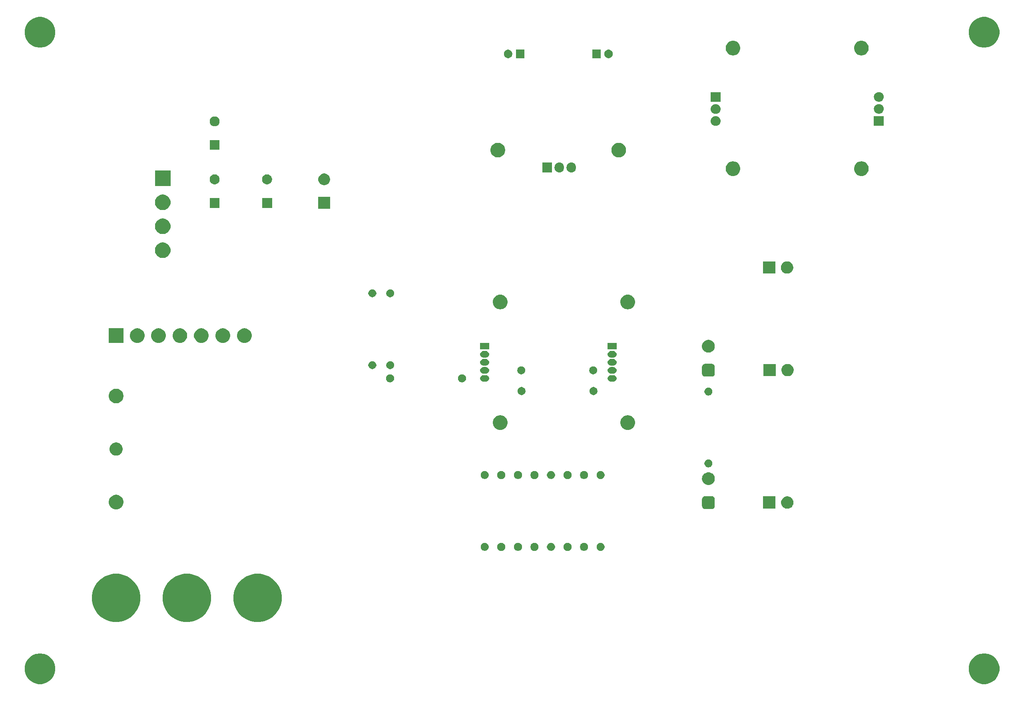
<source format=gbr>
G04 #@! TF.GenerationSoftware,KiCad,Pcbnew,(5.1.5)-3*
G04 #@! TF.CreationDate,2020-04-16T17:23:26-04:00*
G04 #@! TF.ProjectId,SAP-PSU,5341502d-5053-4552-9e6b-696361645f70,rev?*
G04 #@! TF.SameCoordinates,Original*
G04 #@! TF.FileFunction,Soldermask,Bot*
G04 #@! TF.FilePolarity,Negative*
%FSLAX46Y46*%
G04 Gerber Fmt 4.6, Leading zero omitted, Abs format (unit mm)*
G04 Created by KiCad (PCBNEW (5.1.5)-3) date 2020-04-16 17:23:26*
%MOMM*%
%LPD*%
G04 APERTURE LIST*
%ADD10C,0.100000*%
G04 APERTURE END LIST*
D10*
G36*
X660634239Y-416811467D02*
G01*
X660948282Y-416873934D01*
X661539926Y-417119001D01*
X662072392Y-417474784D01*
X662525216Y-417927608D01*
X662880999Y-418460074D01*
X663126066Y-419051718D01*
X663251000Y-419679804D01*
X663251000Y-420320196D01*
X663126066Y-420948282D01*
X662880999Y-421539926D01*
X662525216Y-422072392D01*
X662072392Y-422525216D01*
X661539926Y-422880999D01*
X660948282Y-423126066D01*
X660634239Y-423188533D01*
X660320197Y-423251000D01*
X659679803Y-423251000D01*
X659365761Y-423188533D01*
X659051718Y-423126066D01*
X658460074Y-422880999D01*
X657927608Y-422525216D01*
X657474784Y-422072392D01*
X657119001Y-421539926D01*
X656873934Y-420948282D01*
X656749000Y-420320196D01*
X656749000Y-419679804D01*
X656873934Y-419051718D01*
X657119001Y-418460074D01*
X657474784Y-417927608D01*
X657927608Y-417474784D01*
X658460074Y-417119001D01*
X659051718Y-416873934D01*
X659365761Y-416811467D01*
X659679803Y-416749000D01*
X660320197Y-416749000D01*
X660634239Y-416811467D01*
G37*
G36*
X460634239Y-416811467D02*
G01*
X460948282Y-416873934D01*
X461539926Y-417119001D01*
X462072392Y-417474784D01*
X462525216Y-417927608D01*
X462880999Y-418460074D01*
X463126066Y-419051718D01*
X463251000Y-419679804D01*
X463251000Y-420320196D01*
X463126066Y-420948282D01*
X462880999Y-421539926D01*
X462525216Y-422072392D01*
X462072392Y-422525216D01*
X461539926Y-422880999D01*
X460948282Y-423126066D01*
X460634239Y-423188533D01*
X460320197Y-423251000D01*
X459679803Y-423251000D01*
X459365761Y-423188533D01*
X459051718Y-423126066D01*
X458460074Y-422880999D01*
X457927608Y-422525216D01*
X457474784Y-422072392D01*
X457119001Y-421539926D01*
X456873934Y-420948282D01*
X456749000Y-420320196D01*
X456749000Y-419679804D01*
X456873934Y-419051718D01*
X457119001Y-418460074D01*
X457474784Y-417927608D01*
X457927608Y-417474784D01*
X458460074Y-417119001D01*
X459051718Y-416873934D01*
X459365761Y-416811467D01*
X459679803Y-416749000D01*
X460320197Y-416749000D01*
X460634239Y-416811467D01*
G37*
G36*
X507091009Y-399947591D02*
G01*
X507586658Y-400046181D01*
X508520440Y-400432967D01*
X509360822Y-400994492D01*
X510075508Y-401709178D01*
X510637033Y-402549560D01*
X511023819Y-403483342D01*
X511221000Y-404474641D01*
X511221000Y-405485359D01*
X511023819Y-406476658D01*
X510637033Y-407410440D01*
X510075508Y-408250822D01*
X509360822Y-408965508D01*
X508520440Y-409527033D01*
X507586658Y-409913819D01*
X507091009Y-410012409D01*
X506595361Y-410111000D01*
X505584639Y-410111000D01*
X505088991Y-410012409D01*
X504593342Y-409913819D01*
X503659560Y-409527033D01*
X502819178Y-408965508D01*
X502104492Y-408250822D01*
X501542967Y-407410440D01*
X501156181Y-406476658D01*
X500959000Y-405485359D01*
X500959000Y-404474641D01*
X501156181Y-403483342D01*
X501542967Y-402549560D01*
X502104492Y-401709178D01*
X502819178Y-400994492D01*
X503659560Y-400432967D01*
X504593342Y-400046181D01*
X505088991Y-399947591D01*
X505584639Y-399849000D01*
X506595361Y-399849000D01*
X507091009Y-399947591D01*
G37*
G36*
X477121009Y-399947591D02*
G01*
X477616658Y-400046181D01*
X478550440Y-400432967D01*
X479390822Y-400994492D01*
X480105508Y-401709178D01*
X480667033Y-402549560D01*
X481053819Y-403483342D01*
X481251000Y-404474641D01*
X481251000Y-405485359D01*
X481053819Y-406476658D01*
X480667033Y-407410440D01*
X480105508Y-408250822D01*
X479390822Y-408965508D01*
X478550440Y-409527033D01*
X477616658Y-409913819D01*
X477121009Y-410012409D01*
X476625361Y-410111000D01*
X475614639Y-410111000D01*
X475118991Y-410012409D01*
X474623342Y-409913819D01*
X473689560Y-409527033D01*
X472849178Y-408965508D01*
X472134492Y-408250822D01*
X471572967Y-407410440D01*
X471186181Y-406476658D01*
X470989000Y-405485359D01*
X470989000Y-404474641D01*
X471186181Y-403483342D01*
X471572967Y-402549560D01*
X472134492Y-401709178D01*
X472849178Y-400994492D01*
X473689560Y-400432967D01*
X474623342Y-400046181D01*
X475118991Y-399947591D01*
X475614639Y-399849000D01*
X476625361Y-399849000D01*
X477121009Y-399947591D01*
G37*
G36*
X492111009Y-399947591D02*
G01*
X492606658Y-400046181D01*
X493540440Y-400432967D01*
X494380822Y-400994492D01*
X495095508Y-401709178D01*
X495657033Y-402549560D01*
X496043819Y-403483342D01*
X496241000Y-404474641D01*
X496241000Y-405485359D01*
X496043819Y-406476658D01*
X495657033Y-407410440D01*
X495095508Y-408250822D01*
X494380822Y-408965508D01*
X493540440Y-409527033D01*
X492606658Y-409913819D01*
X492111009Y-410012409D01*
X491615361Y-410111000D01*
X490604639Y-410111000D01*
X490108991Y-410012409D01*
X489613342Y-409913819D01*
X488679560Y-409527033D01*
X487839178Y-408965508D01*
X487124492Y-408250822D01*
X486562967Y-407410440D01*
X486176181Y-406476658D01*
X485979000Y-405485359D01*
X485979000Y-404474641D01*
X486176181Y-403483342D01*
X486562967Y-402549560D01*
X487124492Y-401709178D01*
X487839178Y-400994492D01*
X488679560Y-400432967D01*
X489613342Y-400046181D01*
X490108991Y-399947591D01*
X490604639Y-399849000D01*
X491615361Y-399849000D01*
X492111009Y-399947591D01*
G37*
G36*
X578998228Y-393331703D02*
G01*
X579153100Y-393395853D01*
X579292481Y-393488985D01*
X579411015Y-393607519D01*
X579504147Y-393746900D01*
X579568297Y-393901772D01*
X579601000Y-394066184D01*
X579601000Y-394233816D01*
X579568297Y-394398228D01*
X579504147Y-394553100D01*
X579411015Y-394692481D01*
X579292481Y-394811015D01*
X579153100Y-394904147D01*
X578998228Y-394968297D01*
X578833816Y-395001000D01*
X578666184Y-395001000D01*
X578501772Y-394968297D01*
X578346900Y-394904147D01*
X578207519Y-394811015D01*
X578088985Y-394692481D01*
X577995853Y-394553100D01*
X577931703Y-394398228D01*
X577899000Y-394233816D01*
X577899000Y-394066184D01*
X577931703Y-393901772D01*
X577995853Y-393746900D01*
X578088985Y-393607519D01*
X578207519Y-393488985D01*
X578346900Y-393395853D01*
X578501772Y-393331703D01*
X578666184Y-393299000D01*
X578833816Y-393299000D01*
X578998228Y-393331703D01*
G37*
G36*
X557948228Y-393331703D02*
G01*
X558103100Y-393395853D01*
X558242481Y-393488985D01*
X558361015Y-393607519D01*
X558454147Y-393746900D01*
X558518297Y-393901772D01*
X558551000Y-394066184D01*
X558551000Y-394233816D01*
X558518297Y-394398228D01*
X558454147Y-394553100D01*
X558361015Y-394692481D01*
X558242481Y-394811015D01*
X558103100Y-394904147D01*
X557948228Y-394968297D01*
X557783816Y-395001000D01*
X557616184Y-395001000D01*
X557451772Y-394968297D01*
X557296900Y-394904147D01*
X557157519Y-394811015D01*
X557038985Y-394692481D01*
X556945853Y-394553100D01*
X556881703Y-394398228D01*
X556849000Y-394233816D01*
X556849000Y-394066184D01*
X556881703Y-393901772D01*
X556945853Y-393746900D01*
X557038985Y-393607519D01*
X557157519Y-393488985D01*
X557296900Y-393395853D01*
X557451772Y-393331703D01*
X557616184Y-393299000D01*
X557783816Y-393299000D01*
X557948228Y-393331703D01*
G37*
G36*
X564998228Y-393331703D02*
G01*
X565153100Y-393395853D01*
X565292481Y-393488985D01*
X565411015Y-393607519D01*
X565504147Y-393746900D01*
X565568297Y-393901772D01*
X565601000Y-394066184D01*
X565601000Y-394233816D01*
X565568297Y-394398228D01*
X565504147Y-394553100D01*
X565411015Y-394692481D01*
X565292481Y-394811015D01*
X565153100Y-394904147D01*
X564998228Y-394968297D01*
X564833816Y-395001000D01*
X564666184Y-395001000D01*
X564501772Y-394968297D01*
X564346900Y-394904147D01*
X564207519Y-394811015D01*
X564088985Y-394692481D01*
X563995853Y-394553100D01*
X563931703Y-394398228D01*
X563899000Y-394233816D01*
X563899000Y-394066184D01*
X563931703Y-393901772D01*
X563995853Y-393746900D01*
X564088985Y-393607519D01*
X564207519Y-393488985D01*
X564346900Y-393395853D01*
X564501772Y-393331703D01*
X564666184Y-393299000D01*
X564833816Y-393299000D01*
X564998228Y-393331703D01*
G37*
G36*
X571998228Y-393331703D02*
G01*
X572153100Y-393395853D01*
X572292481Y-393488985D01*
X572411015Y-393607519D01*
X572504147Y-393746900D01*
X572568297Y-393901772D01*
X572601000Y-394066184D01*
X572601000Y-394233816D01*
X572568297Y-394398228D01*
X572504147Y-394553100D01*
X572411015Y-394692481D01*
X572292481Y-394811015D01*
X572153100Y-394904147D01*
X571998228Y-394968297D01*
X571833816Y-395001000D01*
X571666184Y-395001000D01*
X571501772Y-394968297D01*
X571346900Y-394904147D01*
X571207519Y-394811015D01*
X571088985Y-394692481D01*
X570995853Y-394553100D01*
X570931703Y-394398228D01*
X570899000Y-394233816D01*
X570899000Y-394066184D01*
X570931703Y-393901772D01*
X570995853Y-393746900D01*
X571088985Y-393607519D01*
X571207519Y-393488985D01*
X571346900Y-393395853D01*
X571501772Y-393331703D01*
X571666184Y-393299000D01*
X571833816Y-393299000D01*
X571998228Y-393331703D01*
G37*
G36*
X554448228Y-393321703D02*
G01*
X554603100Y-393385853D01*
X554742481Y-393478985D01*
X554861015Y-393597519D01*
X554954147Y-393736900D01*
X555018297Y-393891772D01*
X555051000Y-394056184D01*
X555051000Y-394223816D01*
X555018297Y-394388228D01*
X554954147Y-394543100D01*
X554861015Y-394682481D01*
X554742481Y-394801015D01*
X554603100Y-394894147D01*
X554448228Y-394958297D01*
X554283816Y-394991000D01*
X554116184Y-394991000D01*
X553951772Y-394958297D01*
X553796900Y-394894147D01*
X553657519Y-394801015D01*
X553538985Y-394682481D01*
X553445853Y-394543100D01*
X553381703Y-394388228D01*
X553349000Y-394223816D01*
X553349000Y-394056184D01*
X553381703Y-393891772D01*
X553445853Y-393736900D01*
X553538985Y-393597519D01*
X553657519Y-393478985D01*
X553796900Y-393385853D01*
X553951772Y-393321703D01*
X554116184Y-393289000D01*
X554283816Y-393289000D01*
X554448228Y-393321703D01*
G37*
G36*
X561498228Y-393321703D02*
G01*
X561653100Y-393385853D01*
X561792481Y-393478985D01*
X561911015Y-393597519D01*
X562004147Y-393736900D01*
X562068297Y-393891772D01*
X562101000Y-394056184D01*
X562101000Y-394223816D01*
X562068297Y-394388228D01*
X562004147Y-394543100D01*
X561911015Y-394682481D01*
X561792481Y-394801015D01*
X561653100Y-394894147D01*
X561498228Y-394958297D01*
X561333816Y-394991000D01*
X561166184Y-394991000D01*
X561001772Y-394958297D01*
X560846900Y-394894147D01*
X560707519Y-394801015D01*
X560588985Y-394682481D01*
X560495853Y-394543100D01*
X560431703Y-394388228D01*
X560399000Y-394223816D01*
X560399000Y-394056184D01*
X560431703Y-393891772D01*
X560495853Y-393736900D01*
X560588985Y-393597519D01*
X560707519Y-393478985D01*
X560846900Y-393385853D01*
X561001772Y-393321703D01*
X561166184Y-393289000D01*
X561333816Y-393289000D01*
X561498228Y-393321703D01*
G37*
G36*
X568498228Y-393321703D02*
G01*
X568653100Y-393385853D01*
X568792481Y-393478985D01*
X568911015Y-393597519D01*
X569004147Y-393736900D01*
X569068297Y-393891772D01*
X569101000Y-394056184D01*
X569101000Y-394223816D01*
X569068297Y-394388228D01*
X569004147Y-394543100D01*
X568911015Y-394682481D01*
X568792481Y-394801015D01*
X568653100Y-394894147D01*
X568498228Y-394958297D01*
X568333816Y-394991000D01*
X568166184Y-394991000D01*
X568001772Y-394958297D01*
X567846900Y-394894147D01*
X567707519Y-394801015D01*
X567588985Y-394682481D01*
X567495853Y-394543100D01*
X567431703Y-394388228D01*
X567399000Y-394223816D01*
X567399000Y-394056184D01*
X567431703Y-393891772D01*
X567495853Y-393736900D01*
X567588985Y-393597519D01*
X567707519Y-393478985D01*
X567846900Y-393385853D01*
X568001772Y-393321703D01*
X568166184Y-393289000D01*
X568333816Y-393289000D01*
X568498228Y-393321703D01*
G37*
G36*
X575498228Y-393321703D02*
G01*
X575653100Y-393385853D01*
X575792481Y-393478985D01*
X575911015Y-393597519D01*
X576004147Y-393736900D01*
X576068297Y-393891772D01*
X576101000Y-394056184D01*
X576101000Y-394223816D01*
X576068297Y-394388228D01*
X576004147Y-394543100D01*
X575911015Y-394682481D01*
X575792481Y-394801015D01*
X575653100Y-394894147D01*
X575498228Y-394958297D01*
X575333816Y-394991000D01*
X575166184Y-394991000D01*
X575001772Y-394958297D01*
X574846900Y-394894147D01*
X574707519Y-394801015D01*
X574588985Y-394682481D01*
X574495853Y-394543100D01*
X574431703Y-394388228D01*
X574399000Y-394223816D01*
X574399000Y-394056184D01*
X574431703Y-393891772D01*
X574495853Y-393736900D01*
X574588985Y-393597519D01*
X574707519Y-393478985D01*
X574846900Y-393385853D01*
X575001772Y-393321703D01*
X575166184Y-393289000D01*
X575333816Y-393289000D01*
X575498228Y-393321703D01*
G37*
G36*
X476426585Y-383138802D02*
G01*
X476576410Y-383168604D01*
X476858674Y-383285521D01*
X477112705Y-383455259D01*
X477328741Y-383671295D01*
X477498479Y-383925326D01*
X477615396Y-384207590D01*
X477675000Y-384507240D01*
X477675000Y-384812760D01*
X477615396Y-385112410D01*
X477498479Y-385394674D01*
X477328741Y-385648705D01*
X477112705Y-385864741D01*
X476858674Y-386034479D01*
X476576410Y-386151396D01*
X476426585Y-386181198D01*
X476276761Y-386211000D01*
X475971239Y-386211000D01*
X475821415Y-386181198D01*
X475671590Y-386151396D01*
X475389326Y-386034479D01*
X475135295Y-385864741D01*
X474919259Y-385648705D01*
X474749521Y-385394674D01*
X474632604Y-385112410D01*
X474573000Y-384812760D01*
X474573000Y-384507240D01*
X474632604Y-384207590D01*
X474749521Y-383925326D01*
X474919259Y-383671295D01*
X475135295Y-383455259D01*
X475389326Y-383285521D01*
X475671590Y-383168604D01*
X475821415Y-383138802D01*
X475971239Y-383109000D01*
X476276761Y-383109000D01*
X476426585Y-383138802D01*
G37*
G36*
X602457473Y-383411371D02*
G01*
X602572353Y-383446220D01*
X602678228Y-383502811D01*
X602771029Y-383578971D01*
X602847189Y-383671772D01*
X602903780Y-383777647D01*
X602938629Y-383892527D01*
X602951000Y-384018140D01*
X602951000Y-385481860D01*
X602938629Y-385607473D01*
X602903780Y-385722353D01*
X602847189Y-385828228D01*
X602771029Y-385921029D01*
X602678228Y-385997189D01*
X602572353Y-386053780D01*
X602457473Y-386088629D01*
X602331860Y-386101000D01*
X600868140Y-386101000D01*
X600742527Y-386088629D01*
X600627647Y-386053780D01*
X600521772Y-385997189D01*
X600428971Y-385921029D01*
X600352811Y-385828228D01*
X600296220Y-385722353D01*
X600261371Y-385607473D01*
X600249000Y-385481860D01*
X600249000Y-384018140D01*
X600261371Y-383892527D01*
X600296220Y-383777647D01*
X600352811Y-383671772D01*
X600428971Y-383578971D01*
X600521772Y-383502811D01*
X600627647Y-383446220D01*
X600742527Y-383411371D01*
X600868140Y-383399000D01*
X602331860Y-383399000D01*
X602457473Y-383411371D01*
G37*
G36*
X615800680Y-386050680D02*
G01*
X613199320Y-386050680D01*
X613199320Y-383449320D01*
X615800680Y-383449320D01*
X615800680Y-386050680D01*
G37*
G36*
X618689393Y-383499304D02*
G01*
X618926101Y-383597352D01*
X618926103Y-383597353D01*
X619139135Y-383739696D01*
X619320304Y-383920865D01*
X619422959Y-384074500D01*
X619462648Y-384133899D01*
X619560696Y-384370607D01*
X619610680Y-384621893D01*
X619610680Y-384878107D01*
X619560696Y-385129393D01*
X619462648Y-385366101D01*
X619462647Y-385366103D01*
X619320304Y-385579135D01*
X619139135Y-385760304D01*
X618926103Y-385902647D01*
X618926102Y-385902648D01*
X618926101Y-385902648D01*
X618689393Y-386000696D01*
X618438107Y-386050680D01*
X618181893Y-386050680D01*
X617930607Y-386000696D01*
X617693899Y-385902648D01*
X617693898Y-385902648D01*
X617693897Y-385902647D01*
X617480865Y-385760304D01*
X617299696Y-385579135D01*
X617157353Y-385366103D01*
X617157352Y-385366101D01*
X617059304Y-385129393D01*
X617009320Y-384878107D01*
X617009320Y-384621893D01*
X617059304Y-384370607D01*
X617157352Y-384133899D01*
X617197041Y-384074500D01*
X617299696Y-383920865D01*
X617480865Y-383739696D01*
X617693897Y-383597353D01*
X617693899Y-383597352D01*
X617930607Y-383499304D01*
X618181893Y-383449320D01*
X618438107Y-383449320D01*
X618689393Y-383499304D01*
G37*
G36*
X601926711Y-378357519D02*
G01*
X601994072Y-378370918D01*
X602239939Y-378472759D01*
X602351328Y-378547187D01*
X602461211Y-378620609D01*
X602649391Y-378808789D01*
X602722813Y-378918672D01*
X602773023Y-378993816D01*
X602797242Y-379030063D01*
X602899082Y-379275928D01*
X602934201Y-379452481D01*
X602951000Y-379536938D01*
X602951000Y-379803062D01*
X602899082Y-380064072D01*
X602797241Y-380309939D01*
X602649390Y-380531212D01*
X602461212Y-380719390D01*
X602239939Y-380867241D01*
X602239938Y-380867242D01*
X602239937Y-380867242D01*
X601994072Y-380969082D01*
X601733063Y-381021000D01*
X601466937Y-381021000D01*
X601205928Y-380969082D01*
X600960063Y-380867242D01*
X600960062Y-380867242D01*
X600960061Y-380867241D01*
X600738788Y-380719390D01*
X600550610Y-380531212D01*
X600402759Y-380309939D01*
X600300918Y-380064072D01*
X600249000Y-379803062D01*
X600249000Y-379536938D01*
X600265800Y-379452481D01*
X600300918Y-379275928D01*
X600402758Y-379030063D01*
X600426978Y-378993816D01*
X600477187Y-378918672D01*
X600550609Y-378808789D01*
X600738789Y-378620609D01*
X600848673Y-378547187D01*
X600960061Y-378472759D01*
X601205928Y-378370918D01*
X601273289Y-378357519D01*
X601466937Y-378319000D01*
X601733063Y-378319000D01*
X601926711Y-378357519D01*
G37*
G36*
X578998228Y-378091703D02*
G01*
X579153100Y-378155853D01*
X579292481Y-378248985D01*
X579411015Y-378367519D01*
X579504147Y-378506900D01*
X579568297Y-378661772D01*
X579601000Y-378826184D01*
X579601000Y-378993816D01*
X579568297Y-379158228D01*
X579504147Y-379313100D01*
X579411015Y-379452481D01*
X579292481Y-379571015D01*
X579153100Y-379664147D01*
X578998228Y-379728297D01*
X578833816Y-379761000D01*
X578666184Y-379761000D01*
X578501772Y-379728297D01*
X578346900Y-379664147D01*
X578207519Y-379571015D01*
X578088985Y-379452481D01*
X577995853Y-379313100D01*
X577931703Y-379158228D01*
X577899000Y-378993816D01*
X577899000Y-378826184D01*
X577931703Y-378661772D01*
X577995853Y-378506900D01*
X578088985Y-378367519D01*
X578207519Y-378248985D01*
X578346900Y-378155853D01*
X578501772Y-378091703D01*
X578666184Y-378059000D01*
X578833816Y-378059000D01*
X578998228Y-378091703D01*
G37*
G36*
X557948228Y-378091703D02*
G01*
X558103100Y-378155853D01*
X558242481Y-378248985D01*
X558361015Y-378367519D01*
X558454147Y-378506900D01*
X558518297Y-378661772D01*
X558551000Y-378826184D01*
X558551000Y-378993816D01*
X558518297Y-379158228D01*
X558454147Y-379313100D01*
X558361015Y-379452481D01*
X558242481Y-379571015D01*
X558103100Y-379664147D01*
X557948228Y-379728297D01*
X557783816Y-379761000D01*
X557616184Y-379761000D01*
X557451772Y-379728297D01*
X557296900Y-379664147D01*
X557157519Y-379571015D01*
X557038985Y-379452481D01*
X556945853Y-379313100D01*
X556881703Y-379158228D01*
X556849000Y-378993816D01*
X556849000Y-378826184D01*
X556881703Y-378661772D01*
X556945853Y-378506900D01*
X557038985Y-378367519D01*
X557157519Y-378248985D01*
X557296900Y-378155853D01*
X557451772Y-378091703D01*
X557616184Y-378059000D01*
X557783816Y-378059000D01*
X557948228Y-378091703D01*
G37*
G36*
X571998228Y-378091703D02*
G01*
X572153100Y-378155853D01*
X572292481Y-378248985D01*
X572411015Y-378367519D01*
X572504147Y-378506900D01*
X572568297Y-378661772D01*
X572601000Y-378826184D01*
X572601000Y-378993816D01*
X572568297Y-379158228D01*
X572504147Y-379313100D01*
X572411015Y-379452481D01*
X572292481Y-379571015D01*
X572153100Y-379664147D01*
X571998228Y-379728297D01*
X571833816Y-379761000D01*
X571666184Y-379761000D01*
X571501772Y-379728297D01*
X571346900Y-379664147D01*
X571207519Y-379571015D01*
X571088985Y-379452481D01*
X570995853Y-379313100D01*
X570931703Y-379158228D01*
X570899000Y-378993816D01*
X570899000Y-378826184D01*
X570931703Y-378661772D01*
X570995853Y-378506900D01*
X571088985Y-378367519D01*
X571207519Y-378248985D01*
X571346900Y-378155853D01*
X571501772Y-378091703D01*
X571666184Y-378059000D01*
X571833816Y-378059000D01*
X571998228Y-378091703D01*
G37*
G36*
X564998228Y-378091703D02*
G01*
X565153100Y-378155853D01*
X565292481Y-378248985D01*
X565411015Y-378367519D01*
X565504147Y-378506900D01*
X565568297Y-378661772D01*
X565601000Y-378826184D01*
X565601000Y-378993816D01*
X565568297Y-379158228D01*
X565504147Y-379313100D01*
X565411015Y-379452481D01*
X565292481Y-379571015D01*
X565153100Y-379664147D01*
X564998228Y-379728297D01*
X564833816Y-379761000D01*
X564666184Y-379761000D01*
X564501772Y-379728297D01*
X564346900Y-379664147D01*
X564207519Y-379571015D01*
X564088985Y-379452481D01*
X563995853Y-379313100D01*
X563931703Y-379158228D01*
X563899000Y-378993816D01*
X563899000Y-378826184D01*
X563931703Y-378661772D01*
X563995853Y-378506900D01*
X564088985Y-378367519D01*
X564207519Y-378248985D01*
X564346900Y-378155853D01*
X564501772Y-378091703D01*
X564666184Y-378059000D01*
X564833816Y-378059000D01*
X564998228Y-378091703D01*
G37*
G36*
X575498228Y-378081703D02*
G01*
X575653100Y-378145853D01*
X575792481Y-378238985D01*
X575911015Y-378357519D01*
X576004147Y-378496900D01*
X576068297Y-378651772D01*
X576101000Y-378816184D01*
X576101000Y-378983816D01*
X576068297Y-379148228D01*
X576004147Y-379303100D01*
X575911015Y-379442481D01*
X575792481Y-379561015D01*
X575653100Y-379654147D01*
X575498228Y-379718297D01*
X575333816Y-379751000D01*
X575166184Y-379751000D01*
X575001772Y-379718297D01*
X574846900Y-379654147D01*
X574707519Y-379561015D01*
X574588985Y-379442481D01*
X574495853Y-379303100D01*
X574431703Y-379148228D01*
X574399000Y-378983816D01*
X574399000Y-378816184D01*
X574431703Y-378651772D01*
X574495853Y-378496900D01*
X574588985Y-378357519D01*
X574707519Y-378238985D01*
X574846900Y-378145853D01*
X575001772Y-378081703D01*
X575166184Y-378049000D01*
X575333816Y-378049000D01*
X575498228Y-378081703D01*
G37*
G36*
X568498228Y-378081703D02*
G01*
X568653100Y-378145853D01*
X568792481Y-378238985D01*
X568911015Y-378357519D01*
X569004147Y-378496900D01*
X569068297Y-378651772D01*
X569101000Y-378816184D01*
X569101000Y-378983816D01*
X569068297Y-379148228D01*
X569004147Y-379303100D01*
X568911015Y-379442481D01*
X568792481Y-379561015D01*
X568653100Y-379654147D01*
X568498228Y-379718297D01*
X568333816Y-379751000D01*
X568166184Y-379751000D01*
X568001772Y-379718297D01*
X567846900Y-379654147D01*
X567707519Y-379561015D01*
X567588985Y-379442481D01*
X567495853Y-379303100D01*
X567431703Y-379148228D01*
X567399000Y-378983816D01*
X567399000Y-378816184D01*
X567431703Y-378651772D01*
X567495853Y-378496900D01*
X567588985Y-378357519D01*
X567707519Y-378238985D01*
X567846900Y-378145853D01*
X568001772Y-378081703D01*
X568166184Y-378049000D01*
X568333816Y-378049000D01*
X568498228Y-378081703D01*
G37*
G36*
X561498228Y-378081703D02*
G01*
X561653100Y-378145853D01*
X561792481Y-378238985D01*
X561911015Y-378357519D01*
X562004147Y-378496900D01*
X562068297Y-378651772D01*
X562101000Y-378816184D01*
X562101000Y-378983816D01*
X562068297Y-379148228D01*
X562004147Y-379303100D01*
X561911015Y-379442481D01*
X561792481Y-379561015D01*
X561653100Y-379654147D01*
X561498228Y-379718297D01*
X561333816Y-379751000D01*
X561166184Y-379751000D01*
X561001772Y-379718297D01*
X560846900Y-379654147D01*
X560707519Y-379561015D01*
X560588985Y-379442481D01*
X560495853Y-379303100D01*
X560431703Y-379148228D01*
X560399000Y-378983816D01*
X560399000Y-378816184D01*
X560431703Y-378651772D01*
X560495853Y-378496900D01*
X560588985Y-378357519D01*
X560707519Y-378238985D01*
X560846900Y-378145853D01*
X561001772Y-378081703D01*
X561166184Y-378049000D01*
X561333816Y-378049000D01*
X561498228Y-378081703D01*
G37*
G36*
X554448228Y-378081703D02*
G01*
X554603100Y-378145853D01*
X554742481Y-378238985D01*
X554861015Y-378357519D01*
X554954147Y-378496900D01*
X555018297Y-378651772D01*
X555051000Y-378816184D01*
X555051000Y-378983816D01*
X555018297Y-379148228D01*
X554954147Y-379303100D01*
X554861015Y-379442481D01*
X554742481Y-379561015D01*
X554603100Y-379654147D01*
X554448228Y-379718297D01*
X554283816Y-379751000D01*
X554116184Y-379751000D01*
X553951772Y-379718297D01*
X553796900Y-379654147D01*
X553657519Y-379561015D01*
X553538985Y-379442481D01*
X553445853Y-379303100D01*
X553381703Y-379148228D01*
X553349000Y-378983816D01*
X553349000Y-378816184D01*
X553381703Y-378651772D01*
X553445853Y-378496900D01*
X553538985Y-378357519D01*
X553657519Y-378238985D01*
X553796900Y-378145853D01*
X553951772Y-378081703D01*
X554116184Y-378049000D01*
X554283816Y-378049000D01*
X554448228Y-378081703D01*
G37*
G36*
X601848228Y-375621703D02*
G01*
X602003100Y-375685853D01*
X602142481Y-375778985D01*
X602261015Y-375897519D01*
X602354147Y-376036900D01*
X602418297Y-376191772D01*
X602451000Y-376356184D01*
X602451000Y-376523816D01*
X602418297Y-376688228D01*
X602354147Y-376843100D01*
X602261015Y-376982481D01*
X602142481Y-377101015D01*
X602003100Y-377194147D01*
X601848228Y-377258297D01*
X601683816Y-377291000D01*
X601516184Y-377291000D01*
X601351772Y-377258297D01*
X601196900Y-377194147D01*
X601057519Y-377101015D01*
X600938985Y-376982481D01*
X600845853Y-376843100D01*
X600781703Y-376688228D01*
X600749000Y-376523816D01*
X600749000Y-376356184D01*
X600781703Y-376191772D01*
X600845853Y-376036900D01*
X600938985Y-375897519D01*
X601057519Y-375778985D01*
X601196900Y-375685853D01*
X601351772Y-375621703D01*
X601516184Y-375589000D01*
X601683816Y-375589000D01*
X601848228Y-375621703D01*
G37*
G36*
X476442433Y-372044893D02*
G01*
X476532657Y-372062839D01*
X476638267Y-372106585D01*
X476787621Y-372168449D01*
X476787622Y-372168450D01*
X477017086Y-372321772D01*
X477212228Y-372516914D01*
X477314675Y-372670237D01*
X477365551Y-372746379D01*
X477471161Y-373001344D01*
X477525000Y-373272012D01*
X477525000Y-373547988D01*
X477471161Y-373818656D01*
X477365551Y-374073621D01*
X477365550Y-374073622D01*
X477212228Y-374303086D01*
X477017086Y-374498228D01*
X476863763Y-374600675D01*
X476787621Y-374651551D01*
X476638267Y-374713415D01*
X476532657Y-374757161D01*
X476442433Y-374775107D01*
X476261988Y-374811000D01*
X475986012Y-374811000D01*
X475805567Y-374775107D01*
X475715343Y-374757161D01*
X475609733Y-374713415D01*
X475460379Y-374651551D01*
X475384237Y-374600675D01*
X475230914Y-374498228D01*
X475035772Y-374303086D01*
X474882450Y-374073622D01*
X474882449Y-374073621D01*
X474776839Y-373818656D01*
X474723000Y-373547988D01*
X474723000Y-373272012D01*
X474776839Y-373001344D01*
X474882449Y-372746379D01*
X474933325Y-372670237D01*
X475035772Y-372516914D01*
X475230914Y-372321772D01*
X475460378Y-372168450D01*
X475460379Y-372168449D01*
X475609733Y-372106585D01*
X475715343Y-372062839D01*
X475805567Y-372044893D01*
X475986012Y-372009000D01*
X476261988Y-372009000D01*
X476442433Y-372044893D01*
G37*
G36*
X584802585Y-366278802D02*
G01*
X584952410Y-366308604D01*
X585234674Y-366425521D01*
X585488705Y-366595259D01*
X585704741Y-366811295D01*
X585874479Y-367065326D01*
X585991396Y-367347590D01*
X586051000Y-367647240D01*
X586051000Y-367952760D01*
X585991396Y-368252410D01*
X585874479Y-368534674D01*
X585704741Y-368788705D01*
X585488705Y-369004741D01*
X585234674Y-369174479D01*
X584952410Y-369291396D01*
X584802585Y-369321198D01*
X584652761Y-369351000D01*
X584347239Y-369351000D01*
X584197415Y-369321198D01*
X584047590Y-369291396D01*
X583765326Y-369174479D01*
X583511295Y-369004741D01*
X583295259Y-368788705D01*
X583125521Y-368534674D01*
X583008604Y-368252410D01*
X582949000Y-367952760D01*
X582949000Y-367647240D01*
X583008604Y-367347590D01*
X583125521Y-367065326D01*
X583295259Y-366811295D01*
X583511295Y-366595259D01*
X583765326Y-366425521D01*
X584047590Y-366308604D01*
X584197415Y-366278802D01*
X584347239Y-366249000D01*
X584652761Y-366249000D01*
X584802585Y-366278802D01*
G37*
G36*
X557802585Y-366278802D02*
G01*
X557952410Y-366308604D01*
X558234674Y-366425521D01*
X558488705Y-366595259D01*
X558704741Y-366811295D01*
X558874479Y-367065326D01*
X558991396Y-367347590D01*
X559051000Y-367647240D01*
X559051000Y-367952760D01*
X558991396Y-368252410D01*
X558874479Y-368534674D01*
X558704741Y-368788705D01*
X558488705Y-369004741D01*
X558234674Y-369174479D01*
X557952410Y-369291396D01*
X557802585Y-369321198D01*
X557652761Y-369351000D01*
X557347239Y-369351000D01*
X557197415Y-369321198D01*
X557047590Y-369291396D01*
X556765326Y-369174479D01*
X556511295Y-369004741D01*
X556295259Y-368788705D01*
X556125521Y-368534674D01*
X556008604Y-368252410D01*
X555949000Y-367952760D01*
X555949000Y-367647240D01*
X556008604Y-367347590D01*
X556125521Y-367065326D01*
X556295259Y-366811295D01*
X556511295Y-366595259D01*
X556765326Y-366425521D01*
X557047590Y-366308604D01*
X557197415Y-366278802D01*
X557347239Y-366249000D01*
X557652761Y-366249000D01*
X557802585Y-366278802D01*
G37*
G36*
X476426585Y-360638802D02*
G01*
X476576410Y-360668604D01*
X476858674Y-360785521D01*
X477112705Y-360955259D01*
X477328741Y-361171295D01*
X477498479Y-361425326D01*
X477615396Y-361707590D01*
X477675000Y-362007240D01*
X477675000Y-362312760D01*
X477615396Y-362612410D01*
X477498479Y-362894674D01*
X477328741Y-363148705D01*
X477112705Y-363364741D01*
X476858674Y-363534479D01*
X476576410Y-363651396D01*
X476426585Y-363681198D01*
X476276761Y-363711000D01*
X475971239Y-363711000D01*
X475821415Y-363681198D01*
X475671590Y-363651396D01*
X475389326Y-363534479D01*
X475135295Y-363364741D01*
X474919259Y-363148705D01*
X474749521Y-362894674D01*
X474632604Y-362612410D01*
X474573000Y-362312760D01*
X474573000Y-362007240D01*
X474632604Y-361707590D01*
X474749521Y-361425326D01*
X474919259Y-361171295D01*
X475135295Y-360955259D01*
X475389326Y-360785521D01*
X475671590Y-360668604D01*
X475821415Y-360638802D01*
X475971239Y-360609000D01*
X476276761Y-360609000D01*
X476426585Y-360638802D01*
G37*
G36*
X601848228Y-360381703D02*
G01*
X602003100Y-360445853D01*
X602142481Y-360538985D01*
X602261015Y-360657519D01*
X602354147Y-360796900D01*
X602418297Y-360951772D01*
X602451000Y-361116184D01*
X602451000Y-361283816D01*
X602418297Y-361448228D01*
X602354147Y-361603100D01*
X602261015Y-361742481D01*
X602142481Y-361861015D01*
X602003100Y-361954147D01*
X601848228Y-362018297D01*
X601683816Y-362051000D01*
X601516184Y-362051000D01*
X601351772Y-362018297D01*
X601196900Y-361954147D01*
X601057519Y-361861015D01*
X600938985Y-361742481D01*
X600845853Y-361603100D01*
X600781703Y-361448228D01*
X600749000Y-361283816D01*
X600749000Y-361116184D01*
X600781703Y-360951772D01*
X600845853Y-360796900D01*
X600938985Y-360657519D01*
X601057519Y-360538985D01*
X601196900Y-360445853D01*
X601351772Y-360381703D01*
X601516184Y-360349000D01*
X601683816Y-360349000D01*
X601848228Y-360381703D01*
G37*
G36*
X577488228Y-360281703D02*
G01*
X577643100Y-360345853D01*
X577782481Y-360438985D01*
X577901015Y-360557519D01*
X577994147Y-360696900D01*
X578058297Y-360851772D01*
X578091000Y-361016184D01*
X578091000Y-361183816D01*
X578058297Y-361348228D01*
X577994147Y-361503100D01*
X577901015Y-361642481D01*
X577782481Y-361761015D01*
X577643100Y-361854147D01*
X577488228Y-361918297D01*
X577323816Y-361951000D01*
X577156184Y-361951000D01*
X576991772Y-361918297D01*
X576836900Y-361854147D01*
X576697519Y-361761015D01*
X576578985Y-361642481D01*
X576485853Y-361503100D01*
X576421703Y-361348228D01*
X576389000Y-361183816D01*
X576389000Y-361016184D01*
X576421703Y-360851772D01*
X576485853Y-360696900D01*
X576578985Y-360557519D01*
X576697519Y-360438985D01*
X576836900Y-360345853D01*
X576991772Y-360281703D01*
X577156184Y-360249000D01*
X577323816Y-360249000D01*
X577488228Y-360281703D01*
G37*
G36*
X562248228Y-360281703D02*
G01*
X562403100Y-360345853D01*
X562542481Y-360438985D01*
X562661015Y-360557519D01*
X562754147Y-360696900D01*
X562818297Y-360851772D01*
X562851000Y-361016184D01*
X562851000Y-361183816D01*
X562818297Y-361348228D01*
X562754147Y-361503100D01*
X562661015Y-361642481D01*
X562542481Y-361761015D01*
X562403100Y-361854147D01*
X562248228Y-361918297D01*
X562083816Y-361951000D01*
X561916184Y-361951000D01*
X561751772Y-361918297D01*
X561596900Y-361854147D01*
X561457519Y-361761015D01*
X561338985Y-361642481D01*
X561245853Y-361503100D01*
X561181703Y-361348228D01*
X561149000Y-361183816D01*
X561149000Y-361016184D01*
X561181703Y-360851772D01*
X561245853Y-360696900D01*
X561338985Y-360557519D01*
X561457519Y-360438985D01*
X561596900Y-360345853D01*
X561751772Y-360281703D01*
X561916184Y-360249000D01*
X562083816Y-360249000D01*
X562248228Y-360281703D01*
G37*
G36*
X534408228Y-357581703D02*
G01*
X534563100Y-357645853D01*
X534702481Y-357738985D01*
X534821015Y-357857519D01*
X534914147Y-357996900D01*
X534978297Y-358151772D01*
X535011000Y-358316184D01*
X535011000Y-358483816D01*
X534978297Y-358648228D01*
X534914147Y-358803100D01*
X534821015Y-358942481D01*
X534702481Y-359061015D01*
X534563100Y-359154147D01*
X534408228Y-359218297D01*
X534243816Y-359251000D01*
X534076184Y-359251000D01*
X533911772Y-359218297D01*
X533756900Y-359154147D01*
X533617519Y-359061015D01*
X533498985Y-358942481D01*
X533405853Y-358803100D01*
X533341703Y-358648228D01*
X533309000Y-358483816D01*
X533309000Y-358316184D01*
X533341703Y-358151772D01*
X533405853Y-357996900D01*
X533498985Y-357857519D01*
X533617519Y-357738985D01*
X533756900Y-357645853D01*
X533911772Y-357581703D01*
X534076184Y-357549000D01*
X534243816Y-357549000D01*
X534408228Y-357581703D01*
G37*
G36*
X549648228Y-357581703D02*
G01*
X549803100Y-357645853D01*
X549942481Y-357738985D01*
X550061015Y-357857519D01*
X550154147Y-357996900D01*
X550218297Y-358151772D01*
X550251000Y-358316184D01*
X550251000Y-358483816D01*
X550218297Y-358648228D01*
X550154147Y-358803100D01*
X550061015Y-358942481D01*
X549942481Y-359061015D01*
X549803100Y-359154147D01*
X549648228Y-359218297D01*
X549483816Y-359251000D01*
X549316184Y-359251000D01*
X549151772Y-359218297D01*
X548996900Y-359154147D01*
X548857519Y-359061015D01*
X548738985Y-358942481D01*
X548645853Y-358803100D01*
X548581703Y-358648228D01*
X548549000Y-358483816D01*
X548549000Y-358316184D01*
X548581703Y-358151772D01*
X548645853Y-357996900D01*
X548738985Y-357857519D01*
X548857519Y-357738985D01*
X548996900Y-357645853D01*
X549151772Y-357581703D01*
X549316184Y-357549000D01*
X549483816Y-357549000D01*
X549648228Y-357581703D01*
G37*
G36*
X581516551Y-357713492D02*
G01*
X581597470Y-357721462D01*
X581727252Y-357760831D01*
X581776645Y-357787233D01*
X581846860Y-357824763D01*
X581951699Y-357910801D01*
X582037737Y-358015640D01*
X582045947Y-358031000D01*
X582101669Y-358135248D01*
X582141038Y-358265030D01*
X582154331Y-358400000D01*
X582141038Y-358534970D01*
X582101669Y-358664752D01*
X582101666Y-358664757D01*
X582037737Y-358784360D01*
X581951699Y-358889199D01*
X581846860Y-358975237D01*
X581776645Y-359012767D01*
X581727252Y-359039169D01*
X581597470Y-359078538D01*
X581516551Y-359086508D01*
X581496322Y-359088500D01*
X580903678Y-359088500D01*
X580883449Y-359086508D01*
X580802530Y-359078538D01*
X580672748Y-359039169D01*
X580623355Y-359012767D01*
X580553140Y-358975237D01*
X580448301Y-358889199D01*
X580362263Y-358784360D01*
X580298334Y-358664757D01*
X580298331Y-358664752D01*
X580258962Y-358534970D01*
X580245669Y-358400000D01*
X580258962Y-358265030D01*
X580298331Y-358135248D01*
X580354053Y-358031000D01*
X580362263Y-358015640D01*
X580448301Y-357910801D01*
X580553140Y-357824763D01*
X580623355Y-357787233D01*
X580672748Y-357760831D01*
X580802530Y-357721462D01*
X580883449Y-357713492D01*
X580903678Y-357711500D01*
X581496322Y-357711500D01*
X581516551Y-357713492D01*
G37*
G36*
X554516551Y-357713492D02*
G01*
X554597470Y-357721462D01*
X554727252Y-357760831D01*
X554776645Y-357787233D01*
X554846860Y-357824763D01*
X554951699Y-357910801D01*
X555037737Y-358015640D01*
X555045947Y-358031000D01*
X555101669Y-358135248D01*
X555141038Y-358265030D01*
X555154331Y-358400000D01*
X555141038Y-358534970D01*
X555101669Y-358664752D01*
X555101666Y-358664757D01*
X555037737Y-358784360D01*
X554951699Y-358889199D01*
X554846860Y-358975237D01*
X554776645Y-359012767D01*
X554727252Y-359039169D01*
X554597470Y-359078538D01*
X554516551Y-359086508D01*
X554496322Y-359088500D01*
X553903678Y-359088500D01*
X553883449Y-359086508D01*
X553802530Y-359078538D01*
X553672748Y-359039169D01*
X553623355Y-359012767D01*
X553553140Y-358975237D01*
X553448301Y-358889199D01*
X553362263Y-358784360D01*
X553298334Y-358664757D01*
X553298331Y-358664752D01*
X553258962Y-358534970D01*
X553245669Y-358400000D01*
X553258962Y-358265030D01*
X553298331Y-358135248D01*
X553354053Y-358031000D01*
X553362263Y-358015640D01*
X553448301Y-357910801D01*
X553553140Y-357824763D01*
X553623355Y-357787233D01*
X553672748Y-357760831D01*
X553802530Y-357721462D01*
X553883449Y-357713492D01*
X553903678Y-357711500D01*
X554496322Y-357711500D01*
X554516551Y-357713492D01*
G37*
G36*
X602457473Y-355341371D02*
G01*
X602572353Y-355376220D01*
X602678228Y-355432811D01*
X602771029Y-355508971D01*
X602847189Y-355601772D01*
X602903780Y-355707647D01*
X602938629Y-355822527D01*
X602951000Y-355948140D01*
X602951000Y-357411860D01*
X602938629Y-357537473D01*
X602903780Y-357652353D01*
X602847189Y-357758228D01*
X602771029Y-357851029D01*
X602678228Y-357927189D01*
X602572353Y-357983780D01*
X602457473Y-358018629D01*
X602331860Y-358031000D01*
X600868140Y-358031000D01*
X600742527Y-358018629D01*
X600627647Y-357983780D01*
X600521772Y-357927189D01*
X600428971Y-357851029D01*
X600352811Y-357758228D01*
X600296220Y-357652353D01*
X600261371Y-357537473D01*
X600249000Y-357411860D01*
X600249000Y-355948140D01*
X600261371Y-355822527D01*
X600296220Y-355707647D01*
X600352811Y-355601772D01*
X600428971Y-355508971D01*
X600521772Y-355432811D01*
X600627647Y-355376220D01*
X600742527Y-355341371D01*
X600868140Y-355329000D01*
X602331860Y-355329000D01*
X602457473Y-355341371D01*
G37*
G36*
X615850680Y-357950680D02*
G01*
X613249320Y-357950680D01*
X613249320Y-355349320D01*
X615850680Y-355349320D01*
X615850680Y-357950680D01*
G37*
G36*
X618739393Y-355399304D02*
G01*
X618976101Y-355497352D01*
X618976103Y-355497353D01*
X619189135Y-355639696D01*
X619370304Y-355820865D01*
X619504338Y-356021462D01*
X619512648Y-356033899D01*
X619610696Y-356270607D01*
X619660680Y-356521893D01*
X619660680Y-356778107D01*
X619610696Y-357029393D01*
X619580165Y-357103100D01*
X619512647Y-357266103D01*
X619370304Y-357479135D01*
X619189135Y-357660304D01*
X618976103Y-357802647D01*
X618976102Y-357802648D01*
X618976101Y-357802648D01*
X618739393Y-357900696D01*
X618488107Y-357950680D01*
X618231893Y-357950680D01*
X617980607Y-357900696D01*
X617743899Y-357802648D01*
X617743898Y-357802648D01*
X617743897Y-357802647D01*
X617530865Y-357660304D01*
X617349696Y-357479135D01*
X617207353Y-357266103D01*
X617139835Y-357103100D01*
X617109304Y-357029393D01*
X617059320Y-356778107D01*
X617059320Y-356521893D01*
X617109304Y-356270607D01*
X617207352Y-356033899D01*
X617215662Y-356021462D01*
X617349696Y-355820865D01*
X617530865Y-355639696D01*
X617743897Y-355497353D01*
X617743899Y-355497352D01*
X617980607Y-355399304D01*
X618231893Y-355349320D01*
X618488107Y-355349320D01*
X618739393Y-355399304D01*
G37*
G36*
X577448228Y-355881703D02*
G01*
X577603100Y-355945853D01*
X577742481Y-356038985D01*
X577861015Y-356157519D01*
X577954147Y-356296900D01*
X578018297Y-356451772D01*
X578051000Y-356616184D01*
X578051000Y-356783816D01*
X578018297Y-356948228D01*
X577954147Y-357103100D01*
X577861015Y-357242481D01*
X577742481Y-357361015D01*
X577603100Y-357454147D01*
X577448228Y-357518297D01*
X577283816Y-357551000D01*
X577116184Y-357551000D01*
X576951772Y-357518297D01*
X576796900Y-357454147D01*
X576657519Y-357361015D01*
X576538985Y-357242481D01*
X576445853Y-357103100D01*
X576381703Y-356948228D01*
X576349000Y-356783816D01*
X576349000Y-356616184D01*
X576381703Y-356451772D01*
X576445853Y-356296900D01*
X576538985Y-356157519D01*
X576657519Y-356038985D01*
X576796900Y-355945853D01*
X576951772Y-355881703D01*
X577116184Y-355849000D01*
X577283816Y-355849000D01*
X577448228Y-355881703D01*
G37*
G36*
X562208228Y-355881703D02*
G01*
X562363100Y-355945853D01*
X562502481Y-356038985D01*
X562621015Y-356157519D01*
X562714147Y-356296900D01*
X562778297Y-356451772D01*
X562811000Y-356616184D01*
X562811000Y-356783816D01*
X562778297Y-356948228D01*
X562714147Y-357103100D01*
X562621015Y-357242481D01*
X562502481Y-357361015D01*
X562363100Y-357454147D01*
X562208228Y-357518297D01*
X562043816Y-357551000D01*
X561876184Y-357551000D01*
X561711772Y-357518297D01*
X561556900Y-357454147D01*
X561417519Y-357361015D01*
X561298985Y-357242481D01*
X561205853Y-357103100D01*
X561141703Y-356948228D01*
X561109000Y-356783816D01*
X561109000Y-356616184D01*
X561141703Y-356451772D01*
X561205853Y-356296900D01*
X561298985Y-356157519D01*
X561417519Y-356038985D01*
X561556900Y-355945853D01*
X561711772Y-355881703D01*
X561876184Y-355849000D01*
X562043816Y-355849000D01*
X562208228Y-355881703D01*
G37*
G36*
X554516551Y-356013492D02*
G01*
X554597470Y-356021462D01*
X554727252Y-356060831D01*
X554776645Y-356087233D01*
X554846860Y-356124763D01*
X554951699Y-356210801D01*
X555022360Y-356296903D01*
X555037736Y-356315639D01*
X555101669Y-356435248D01*
X555141038Y-356565030D01*
X555154331Y-356700000D01*
X555141038Y-356834970D01*
X555101669Y-356964752D01*
X555101666Y-356964757D01*
X555037737Y-357084360D01*
X554951699Y-357189199D01*
X554846860Y-357275237D01*
X554776645Y-357312767D01*
X554727252Y-357339169D01*
X554597470Y-357378538D01*
X554516551Y-357386508D01*
X554496322Y-357388500D01*
X553903678Y-357388500D01*
X553883449Y-357386508D01*
X553802530Y-357378538D01*
X553672748Y-357339169D01*
X553623355Y-357312767D01*
X553553140Y-357275237D01*
X553448301Y-357189199D01*
X553362263Y-357084360D01*
X553298334Y-356964757D01*
X553298331Y-356964752D01*
X553258962Y-356834970D01*
X553245669Y-356700000D01*
X553258962Y-356565030D01*
X553298331Y-356435248D01*
X553362264Y-356315639D01*
X553377640Y-356296903D01*
X553448301Y-356210801D01*
X553553140Y-356124763D01*
X553623355Y-356087233D01*
X553672748Y-356060831D01*
X553802530Y-356021462D01*
X553883449Y-356013492D01*
X553903678Y-356011500D01*
X554496322Y-356011500D01*
X554516551Y-356013492D01*
G37*
G36*
X581516551Y-356013492D02*
G01*
X581597470Y-356021462D01*
X581727252Y-356060831D01*
X581776645Y-356087233D01*
X581846860Y-356124763D01*
X581951699Y-356210801D01*
X582022360Y-356296903D01*
X582037736Y-356315639D01*
X582101669Y-356435248D01*
X582141038Y-356565030D01*
X582154331Y-356700000D01*
X582141038Y-356834970D01*
X582101669Y-356964752D01*
X582101666Y-356964757D01*
X582037737Y-357084360D01*
X581951699Y-357189199D01*
X581846860Y-357275237D01*
X581776645Y-357312767D01*
X581727252Y-357339169D01*
X581597470Y-357378538D01*
X581516551Y-357386508D01*
X581496322Y-357388500D01*
X580903678Y-357388500D01*
X580883449Y-357386508D01*
X580802530Y-357378538D01*
X580672748Y-357339169D01*
X580623355Y-357312767D01*
X580553140Y-357275237D01*
X580448301Y-357189199D01*
X580362263Y-357084360D01*
X580298334Y-356964757D01*
X580298331Y-356964752D01*
X580258962Y-356834970D01*
X580245669Y-356700000D01*
X580258962Y-356565030D01*
X580298331Y-356435248D01*
X580362264Y-356315639D01*
X580377640Y-356296903D01*
X580448301Y-356210801D01*
X580553140Y-356124763D01*
X580623355Y-356087233D01*
X580672748Y-356060831D01*
X580802530Y-356021462D01*
X580883449Y-356013492D01*
X580903678Y-356011500D01*
X581496322Y-356011500D01*
X581516551Y-356013492D01*
G37*
G36*
X530648228Y-354781703D02*
G01*
X530803100Y-354845853D01*
X530942481Y-354938985D01*
X531061015Y-355057519D01*
X531154147Y-355196900D01*
X531218297Y-355351772D01*
X531251000Y-355516184D01*
X531251000Y-355683816D01*
X531218297Y-355848228D01*
X531154147Y-356003100D01*
X531061015Y-356142481D01*
X530942481Y-356261015D01*
X530803100Y-356354147D01*
X530648228Y-356418297D01*
X530483816Y-356451000D01*
X530316184Y-356451000D01*
X530151772Y-356418297D01*
X529996900Y-356354147D01*
X529857519Y-356261015D01*
X529738985Y-356142481D01*
X529645853Y-356003100D01*
X529581703Y-355848228D01*
X529549000Y-355683816D01*
X529549000Y-355516184D01*
X529581703Y-355351772D01*
X529645853Y-355196900D01*
X529738985Y-355057519D01*
X529857519Y-354938985D01*
X529996900Y-354845853D01*
X530151772Y-354781703D01*
X530316184Y-354749000D01*
X530483816Y-354749000D01*
X530648228Y-354781703D01*
G37*
G36*
X534448228Y-354781703D02*
G01*
X534603100Y-354845853D01*
X534742481Y-354938985D01*
X534861015Y-355057519D01*
X534954147Y-355196900D01*
X535018297Y-355351772D01*
X535051000Y-355516184D01*
X535051000Y-355683816D01*
X535018297Y-355848228D01*
X534954147Y-356003100D01*
X534861015Y-356142481D01*
X534742481Y-356261015D01*
X534603100Y-356354147D01*
X534448228Y-356418297D01*
X534283816Y-356451000D01*
X534116184Y-356451000D01*
X533951772Y-356418297D01*
X533796900Y-356354147D01*
X533657519Y-356261015D01*
X533538985Y-356142481D01*
X533445853Y-356003100D01*
X533381703Y-355848228D01*
X533349000Y-355683816D01*
X533349000Y-355516184D01*
X533381703Y-355351772D01*
X533445853Y-355196900D01*
X533538985Y-355057519D01*
X533657519Y-354938985D01*
X533796900Y-354845853D01*
X533951772Y-354781703D01*
X534116184Y-354749000D01*
X534283816Y-354749000D01*
X534448228Y-354781703D01*
G37*
G36*
X581516551Y-354313492D02*
G01*
X581597470Y-354321462D01*
X581727252Y-354360831D01*
X581776645Y-354387233D01*
X581846860Y-354424763D01*
X581951699Y-354510801D01*
X582037736Y-354615639D01*
X582101669Y-354735248D01*
X582141038Y-354865030D01*
X582154331Y-355000000D01*
X582141038Y-355134970D01*
X582101669Y-355264752D01*
X582101666Y-355264757D01*
X582037737Y-355384360D01*
X581951699Y-355489199D01*
X581846860Y-355575237D01*
X581797216Y-355601772D01*
X581727252Y-355639169D01*
X581597470Y-355678538D01*
X581516551Y-355686508D01*
X581496322Y-355688500D01*
X580903678Y-355688500D01*
X580883449Y-355686508D01*
X580802530Y-355678538D01*
X580672748Y-355639169D01*
X580602784Y-355601772D01*
X580553140Y-355575237D01*
X580448301Y-355489199D01*
X580362263Y-355384360D01*
X580298334Y-355264757D01*
X580298331Y-355264752D01*
X580258962Y-355134970D01*
X580245669Y-355000000D01*
X580258962Y-354865030D01*
X580298331Y-354735248D01*
X580362264Y-354615639D01*
X580448301Y-354510801D01*
X580553140Y-354424763D01*
X580623355Y-354387233D01*
X580672748Y-354360831D01*
X580802530Y-354321462D01*
X580883449Y-354313492D01*
X580903678Y-354311500D01*
X581496322Y-354311500D01*
X581516551Y-354313492D01*
G37*
G36*
X554516551Y-354313492D02*
G01*
X554597470Y-354321462D01*
X554727252Y-354360831D01*
X554776645Y-354387233D01*
X554846860Y-354424763D01*
X554951699Y-354510801D01*
X555037736Y-354615639D01*
X555101669Y-354735248D01*
X555141038Y-354865030D01*
X555154331Y-355000000D01*
X555141038Y-355134970D01*
X555101669Y-355264752D01*
X555101666Y-355264757D01*
X555037737Y-355384360D01*
X554951699Y-355489199D01*
X554846860Y-355575237D01*
X554797216Y-355601772D01*
X554727252Y-355639169D01*
X554597470Y-355678538D01*
X554516551Y-355686508D01*
X554496322Y-355688500D01*
X553903678Y-355688500D01*
X553883449Y-355686508D01*
X553802530Y-355678538D01*
X553672748Y-355639169D01*
X553602784Y-355601772D01*
X553553140Y-355575237D01*
X553448301Y-355489199D01*
X553362263Y-355384360D01*
X553298334Y-355264757D01*
X553298331Y-355264752D01*
X553258962Y-355134970D01*
X553245669Y-355000000D01*
X553258962Y-354865030D01*
X553298331Y-354735248D01*
X553362264Y-354615639D01*
X553448301Y-354510801D01*
X553553140Y-354424763D01*
X553623355Y-354387233D01*
X553672748Y-354360831D01*
X553802530Y-354321462D01*
X553883449Y-354313492D01*
X553903678Y-354311500D01*
X554496322Y-354311500D01*
X554516551Y-354313492D01*
G37*
G36*
X554516551Y-352613492D02*
G01*
X554597470Y-352621462D01*
X554727252Y-352660831D01*
X554776645Y-352687233D01*
X554846860Y-352724763D01*
X554951699Y-352810801D01*
X555024148Y-352899082D01*
X555037736Y-352915639D01*
X555101669Y-353035248D01*
X555141038Y-353165030D01*
X555154331Y-353300000D01*
X555141038Y-353434970D01*
X555101669Y-353564752D01*
X555101666Y-353564757D01*
X555037737Y-353684360D01*
X554951699Y-353789199D01*
X554846860Y-353875237D01*
X554776645Y-353912767D01*
X554727252Y-353939169D01*
X554597470Y-353978538D01*
X554516551Y-353986508D01*
X554496322Y-353988500D01*
X553903678Y-353988500D01*
X553883449Y-353986508D01*
X553802530Y-353978538D01*
X553672748Y-353939169D01*
X553623355Y-353912767D01*
X553553140Y-353875237D01*
X553448301Y-353789199D01*
X553362263Y-353684360D01*
X553298334Y-353564757D01*
X553298331Y-353564752D01*
X553258962Y-353434970D01*
X553245669Y-353300000D01*
X553258962Y-353165030D01*
X553298331Y-353035248D01*
X553362264Y-352915639D01*
X553375852Y-352899082D01*
X553448301Y-352810801D01*
X553553140Y-352724763D01*
X553623355Y-352687233D01*
X553672748Y-352660831D01*
X553802530Y-352621462D01*
X553883449Y-352613492D01*
X553903678Y-352611500D01*
X554496322Y-352611500D01*
X554516551Y-352613492D01*
G37*
G36*
X581516551Y-352613492D02*
G01*
X581597470Y-352621462D01*
X581727252Y-352660831D01*
X581776645Y-352687233D01*
X581846860Y-352724763D01*
X581951699Y-352810801D01*
X582024148Y-352899082D01*
X582037736Y-352915639D01*
X582101669Y-353035248D01*
X582141038Y-353165030D01*
X582154331Y-353300000D01*
X582141038Y-353434970D01*
X582101669Y-353564752D01*
X582101666Y-353564757D01*
X582037737Y-353684360D01*
X581951699Y-353789199D01*
X581846860Y-353875237D01*
X581776645Y-353912767D01*
X581727252Y-353939169D01*
X581597470Y-353978538D01*
X581516551Y-353986508D01*
X581496322Y-353988500D01*
X580903678Y-353988500D01*
X580883449Y-353986508D01*
X580802530Y-353978538D01*
X580672748Y-353939169D01*
X580623355Y-353912767D01*
X580553140Y-353875237D01*
X580448301Y-353789199D01*
X580362263Y-353684360D01*
X580298334Y-353564757D01*
X580298331Y-353564752D01*
X580258962Y-353434970D01*
X580245669Y-353300000D01*
X580258962Y-353165030D01*
X580298331Y-353035248D01*
X580362264Y-352915639D01*
X580375852Y-352899082D01*
X580448301Y-352810801D01*
X580553140Y-352724763D01*
X580623355Y-352687233D01*
X580672748Y-352660831D01*
X580802530Y-352621462D01*
X580883449Y-352613492D01*
X580903678Y-352611500D01*
X581496322Y-352611500D01*
X581516551Y-352613492D01*
G37*
G36*
X601994072Y-350300918D02*
G01*
X602239939Y-350402759D01*
X602351328Y-350477187D01*
X602461211Y-350550609D01*
X602649391Y-350738789D01*
X602797242Y-350960063D01*
X602899082Y-351205928D01*
X602951000Y-351466937D01*
X602951000Y-351733063D01*
X602899082Y-351994072D01*
X602797242Y-352239937D01*
X602649391Y-352461211D01*
X602461211Y-352649391D01*
X602444085Y-352660834D01*
X602239939Y-352797241D01*
X602239938Y-352797242D01*
X602239937Y-352797242D01*
X601994072Y-352899082D01*
X601733063Y-352951000D01*
X601466937Y-352951000D01*
X601205928Y-352899082D01*
X600960063Y-352797242D01*
X600960062Y-352797242D01*
X600960061Y-352797241D01*
X600755915Y-352660834D01*
X600738789Y-352649391D01*
X600550609Y-352461211D01*
X600402758Y-352239937D01*
X600300918Y-351994072D01*
X600249000Y-351733063D01*
X600249000Y-351466937D01*
X600300918Y-351205928D01*
X600402758Y-350960063D01*
X600550609Y-350738789D01*
X600738789Y-350550609D01*
X600848672Y-350477187D01*
X600960061Y-350402759D01*
X601205928Y-350300918D01*
X601466937Y-350249000D01*
X601733063Y-350249000D01*
X601994072Y-350300918D01*
G37*
G36*
X582151000Y-352288500D02*
G01*
X580249000Y-352288500D01*
X580249000Y-350911500D01*
X582151000Y-350911500D01*
X582151000Y-352288500D01*
G37*
G36*
X555151000Y-352288500D02*
G01*
X553249000Y-352288500D01*
X553249000Y-350911500D01*
X555151000Y-350911500D01*
X555151000Y-352288500D01*
G37*
G36*
X480926585Y-347832802D02*
G01*
X481076410Y-347862604D01*
X481358674Y-347979521D01*
X481612705Y-348149259D01*
X481828741Y-348365295D01*
X481998479Y-348619326D01*
X482115396Y-348901590D01*
X482175000Y-349201240D01*
X482175000Y-349506760D01*
X482115396Y-349806410D01*
X481998479Y-350088674D01*
X481828741Y-350342705D01*
X481612705Y-350558741D01*
X481358674Y-350728479D01*
X481076410Y-350845396D01*
X480926585Y-350875198D01*
X480776761Y-350905000D01*
X480471239Y-350905000D01*
X480321415Y-350875198D01*
X480171590Y-350845396D01*
X479889326Y-350728479D01*
X479635295Y-350558741D01*
X479419259Y-350342705D01*
X479249521Y-350088674D01*
X479132604Y-349806410D01*
X479073000Y-349506760D01*
X479073000Y-349201240D01*
X479132604Y-348901590D01*
X479249521Y-348619326D01*
X479419259Y-348365295D01*
X479635295Y-348149259D01*
X479889326Y-347979521D01*
X480171590Y-347862604D01*
X480321415Y-347832802D01*
X480471239Y-347803000D01*
X480776761Y-347803000D01*
X480926585Y-347832802D01*
G37*
G36*
X499026585Y-347832802D02*
G01*
X499176410Y-347862604D01*
X499458674Y-347979521D01*
X499712705Y-348149259D01*
X499928741Y-348365295D01*
X500098479Y-348619326D01*
X500215396Y-348901590D01*
X500275000Y-349201240D01*
X500275000Y-349506760D01*
X500215396Y-349806410D01*
X500098479Y-350088674D01*
X499928741Y-350342705D01*
X499712705Y-350558741D01*
X499458674Y-350728479D01*
X499176410Y-350845396D01*
X499026585Y-350875198D01*
X498876761Y-350905000D01*
X498571239Y-350905000D01*
X498421415Y-350875198D01*
X498271590Y-350845396D01*
X497989326Y-350728479D01*
X497735295Y-350558741D01*
X497519259Y-350342705D01*
X497349521Y-350088674D01*
X497232604Y-349806410D01*
X497173000Y-349506760D01*
X497173000Y-349201240D01*
X497232604Y-348901590D01*
X497349521Y-348619326D01*
X497519259Y-348365295D01*
X497735295Y-348149259D01*
X497989326Y-347979521D01*
X498271590Y-347862604D01*
X498421415Y-347832802D01*
X498571239Y-347803000D01*
X498876761Y-347803000D01*
X499026585Y-347832802D01*
G37*
G36*
X485406585Y-347832802D02*
G01*
X485556410Y-347862604D01*
X485838674Y-347979521D01*
X486092705Y-348149259D01*
X486308741Y-348365295D01*
X486478479Y-348619326D01*
X486595396Y-348901590D01*
X486655000Y-349201240D01*
X486655000Y-349506760D01*
X486595396Y-349806410D01*
X486478479Y-350088674D01*
X486308741Y-350342705D01*
X486092705Y-350558741D01*
X485838674Y-350728479D01*
X485556410Y-350845396D01*
X485406585Y-350875198D01*
X485256761Y-350905000D01*
X484951239Y-350905000D01*
X484801415Y-350875198D01*
X484651590Y-350845396D01*
X484369326Y-350728479D01*
X484115295Y-350558741D01*
X483899259Y-350342705D01*
X483729521Y-350088674D01*
X483612604Y-349806410D01*
X483553000Y-349506760D01*
X483553000Y-349201240D01*
X483612604Y-348901590D01*
X483729521Y-348619326D01*
X483899259Y-348365295D01*
X484115295Y-348149259D01*
X484369326Y-347979521D01*
X484651590Y-347862604D01*
X484801415Y-347832802D01*
X484951239Y-347803000D01*
X485256761Y-347803000D01*
X485406585Y-347832802D01*
G37*
G36*
X503626585Y-347832802D02*
G01*
X503776410Y-347862604D01*
X504058674Y-347979521D01*
X504312705Y-348149259D01*
X504528741Y-348365295D01*
X504698479Y-348619326D01*
X504815396Y-348901590D01*
X504875000Y-349201240D01*
X504875000Y-349506760D01*
X504815396Y-349806410D01*
X504698479Y-350088674D01*
X504528741Y-350342705D01*
X504312705Y-350558741D01*
X504058674Y-350728479D01*
X503776410Y-350845396D01*
X503626585Y-350875198D01*
X503476761Y-350905000D01*
X503171239Y-350905000D01*
X503021415Y-350875198D01*
X502871590Y-350845396D01*
X502589326Y-350728479D01*
X502335295Y-350558741D01*
X502119259Y-350342705D01*
X501949521Y-350088674D01*
X501832604Y-349806410D01*
X501773000Y-349506760D01*
X501773000Y-349201240D01*
X501832604Y-348901590D01*
X501949521Y-348619326D01*
X502119259Y-348365295D01*
X502335295Y-348149259D01*
X502589326Y-347979521D01*
X502871590Y-347862604D01*
X503021415Y-347832802D01*
X503171239Y-347803000D01*
X503476761Y-347803000D01*
X503626585Y-347832802D01*
G37*
G36*
X477675000Y-350905000D02*
G01*
X474573000Y-350905000D01*
X474573000Y-347803000D01*
X477675000Y-347803000D01*
X477675000Y-350905000D01*
G37*
G36*
X489946585Y-347832802D02*
G01*
X490096410Y-347862604D01*
X490378674Y-347979521D01*
X490632705Y-348149259D01*
X490848741Y-348365295D01*
X491018479Y-348619326D01*
X491135396Y-348901590D01*
X491195000Y-349201240D01*
X491195000Y-349506760D01*
X491135396Y-349806410D01*
X491018479Y-350088674D01*
X490848741Y-350342705D01*
X490632705Y-350558741D01*
X490378674Y-350728479D01*
X490096410Y-350845396D01*
X489946585Y-350875198D01*
X489796761Y-350905000D01*
X489491239Y-350905000D01*
X489341415Y-350875198D01*
X489191590Y-350845396D01*
X488909326Y-350728479D01*
X488655295Y-350558741D01*
X488439259Y-350342705D01*
X488269521Y-350088674D01*
X488152604Y-349806410D01*
X488093000Y-349506760D01*
X488093000Y-349201240D01*
X488152604Y-348901590D01*
X488269521Y-348619326D01*
X488439259Y-348365295D01*
X488655295Y-348149259D01*
X488909326Y-347979521D01*
X489191590Y-347862604D01*
X489341415Y-347832802D01*
X489491239Y-347803000D01*
X489796761Y-347803000D01*
X489946585Y-347832802D01*
G37*
G36*
X494486585Y-347832802D02*
G01*
X494636410Y-347862604D01*
X494918674Y-347979521D01*
X495172705Y-348149259D01*
X495388741Y-348365295D01*
X495558479Y-348619326D01*
X495675396Y-348901590D01*
X495735000Y-349201240D01*
X495735000Y-349506760D01*
X495675396Y-349806410D01*
X495558479Y-350088674D01*
X495388741Y-350342705D01*
X495172705Y-350558741D01*
X494918674Y-350728479D01*
X494636410Y-350845396D01*
X494486585Y-350875198D01*
X494336761Y-350905000D01*
X494031239Y-350905000D01*
X493881415Y-350875198D01*
X493731590Y-350845396D01*
X493449326Y-350728479D01*
X493195295Y-350558741D01*
X492979259Y-350342705D01*
X492809521Y-350088674D01*
X492692604Y-349806410D01*
X492633000Y-349506760D01*
X492633000Y-349201240D01*
X492692604Y-348901590D01*
X492809521Y-348619326D01*
X492979259Y-348365295D01*
X493195295Y-348149259D01*
X493449326Y-347979521D01*
X493731590Y-347862604D01*
X493881415Y-347832802D01*
X494031239Y-347803000D01*
X494336761Y-347803000D01*
X494486585Y-347832802D01*
G37*
G36*
X584802585Y-340678802D02*
G01*
X584952410Y-340708604D01*
X585234674Y-340825521D01*
X585488705Y-340995259D01*
X585704741Y-341211295D01*
X585874479Y-341465326D01*
X585991396Y-341747590D01*
X586051000Y-342047240D01*
X586051000Y-342352760D01*
X585991396Y-342652410D01*
X585874479Y-342934674D01*
X585704741Y-343188705D01*
X585488705Y-343404741D01*
X585234674Y-343574479D01*
X584952410Y-343691396D01*
X584802585Y-343721198D01*
X584652761Y-343751000D01*
X584347239Y-343751000D01*
X584197415Y-343721198D01*
X584047590Y-343691396D01*
X583765326Y-343574479D01*
X583511295Y-343404741D01*
X583295259Y-343188705D01*
X583125521Y-342934674D01*
X583008604Y-342652410D01*
X582949000Y-342352760D01*
X582949000Y-342047240D01*
X583008604Y-341747590D01*
X583125521Y-341465326D01*
X583295259Y-341211295D01*
X583511295Y-340995259D01*
X583765326Y-340825521D01*
X584047590Y-340708604D01*
X584197415Y-340678802D01*
X584347239Y-340649000D01*
X584652761Y-340649000D01*
X584802585Y-340678802D01*
G37*
G36*
X557802585Y-340678802D02*
G01*
X557952410Y-340708604D01*
X558234674Y-340825521D01*
X558488705Y-340995259D01*
X558704741Y-341211295D01*
X558874479Y-341465326D01*
X558991396Y-341747590D01*
X559051000Y-342047240D01*
X559051000Y-342352760D01*
X558991396Y-342652410D01*
X558874479Y-342934674D01*
X558704741Y-343188705D01*
X558488705Y-343404741D01*
X558234674Y-343574479D01*
X557952410Y-343691396D01*
X557802585Y-343721198D01*
X557652761Y-343751000D01*
X557347239Y-343751000D01*
X557197415Y-343721198D01*
X557047590Y-343691396D01*
X556765326Y-343574479D01*
X556511295Y-343404741D01*
X556295259Y-343188705D01*
X556125521Y-342934674D01*
X556008604Y-342652410D01*
X555949000Y-342352760D01*
X555949000Y-342047240D01*
X556008604Y-341747590D01*
X556125521Y-341465326D01*
X556295259Y-341211295D01*
X556511295Y-340995259D01*
X556765326Y-340825521D01*
X557047590Y-340708604D01*
X557197415Y-340678802D01*
X557347239Y-340649000D01*
X557652761Y-340649000D01*
X557802585Y-340678802D01*
G37*
G36*
X530648228Y-339541703D02*
G01*
X530803100Y-339605853D01*
X530942481Y-339698985D01*
X531061015Y-339817519D01*
X531154147Y-339956900D01*
X531218297Y-340111772D01*
X531251000Y-340276184D01*
X531251000Y-340443816D01*
X531218297Y-340608228D01*
X531154147Y-340763100D01*
X531061015Y-340902481D01*
X530942481Y-341021015D01*
X530803100Y-341114147D01*
X530648228Y-341178297D01*
X530483816Y-341211000D01*
X530316184Y-341211000D01*
X530151772Y-341178297D01*
X529996900Y-341114147D01*
X529857519Y-341021015D01*
X529738985Y-340902481D01*
X529645853Y-340763100D01*
X529581703Y-340608228D01*
X529549000Y-340443816D01*
X529549000Y-340276184D01*
X529581703Y-340111772D01*
X529645853Y-339956900D01*
X529738985Y-339817519D01*
X529857519Y-339698985D01*
X529996900Y-339605853D01*
X530151772Y-339541703D01*
X530316184Y-339509000D01*
X530483816Y-339509000D01*
X530648228Y-339541703D01*
G37*
G36*
X534448228Y-339541703D02*
G01*
X534603100Y-339605853D01*
X534742481Y-339698985D01*
X534861015Y-339817519D01*
X534954147Y-339956900D01*
X535018297Y-340111772D01*
X535051000Y-340276184D01*
X535051000Y-340443816D01*
X535018297Y-340608228D01*
X534954147Y-340763100D01*
X534861015Y-340902481D01*
X534742481Y-341021015D01*
X534603100Y-341114147D01*
X534448228Y-341178297D01*
X534283816Y-341211000D01*
X534116184Y-341211000D01*
X533951772Y-341178297D01*
X533796900Y-341114147D01*
X533657519Y-341021015D01*
X533538985Y-340902481D01*
X533445853Y-340763100D01*
X533381703Y-340608228D01*
X533349000Y-340443816D01*
X533349000Y-340276184D01*
X533381703Y-340111772D01*
X533445853Y-339956900D01*
X533538985Y-339817519D01*
X533657519Y-339698985D01*
X533796900Y-339605853D01*
X533951772Y-339541703D01*
X534116184Y-339509000D01*
X534283816Y-339509000D01*
X534448228Y-339541703D01*
G37*
G36*
X618639393Y-333649304D02*
G01*
X618876101Y-333747352D01*
X618876103Y-333747353D01*
X619089135Y-333889696D01*
X619270304Y-334070865D01*
X619412647Y-334283897D01*
X619412648Y-334283899D01*
X619510696Y-334520607D01*
X619560680Y-334771893D01*
X619560680Y-335028107D01*
X619510696Y-335279393D01*
X619412648Y-335516101D01*
X619412647Y-335516103D01*
X619270304Y-335729135D01*
X619089135Y-335910304D01*
X618876103Y-336052647D01*
X618876102Y-336052648D01*
X618876101Y-336052648D01*
X618639393Y-336150696D01*
X618388107Y-336200680D01*
X618131893Y-336200680D01*
X617880607Y-336150696D01*
X617643899Y-336052648D01*
X617643898Y-336052648D01*
X617643897Y-336052647D01*
X617430865Y-335910304D01*
X617249696Y-335729135D01*
X617107353Y-335516103D01*
X617107352Y-335516101D01*
X617009304Y-335279393D01*
X616959320Y-335028107D01*
X616959320Y-334771893D01*
X617009304Y-334520607D01*
X617107352Y-334283899D01*
X617107353Y-334283897D01*
X617249696Y-334070865D01*
X617430865Y-333889696D01*
X617643897Y-333747353D01*
X617643899Y-333747352D01*
X617880607Y-333649304D01*
X618131893Y-333599320D01*
X618388107Y-333599320D01*
X618639393Y-333649304D01*
G37*
G36*
X615750680Y-336200680D02*
G01*
X613149320Y-336200680D01*
X613149320Y-333599320D01*
X615750680Y-333599320D01*
X615750680Y-336200680D01*
G37*
G36*
X486375256Y-329631298D02*
G01*
X486481579Y-329652447D01*
X486782042Y-329776903D01*
X487052451Y-329957585D01*
X487282415Y-330187549D01*
X487463097Y-330457958D01*
X487587553Y-330758421D01*
X487651000Y-331077391D01*
X487651000Y-331402609D01*
X487587553Y-331721579D01*
X487463097Y-332022042D01*
X487282415Y-332292451D01*
X487052451Y-332522415D01*
X486782042Y-332703097D01*
X486481579Y-332827553D01*
X486375256Y-332848702D01*
X486162611Y-332891000D01*
X485837389Y-332891000D01*
X485624744Y-332848702D01*
X485518421Y-332827553D01*
X485217958Y-332703097D01*
X484947549Y-332522415D01*
X484717585Y-332292451D01*
X484536903Y-332022042D01*
X484412447Y-331721579D01*
X484349000Y-331402609D01*
X484349000Y-331077391D01*
X484412447Y-330758421D01*
X484536903Y-330457958D01*
X484717585Y-330187549D01*
X484947549Y-329957585D01*
X485217958Y-329776903D01*
X485518421Y-329652447D01*
X485624744Y-329631298D01*
X485837389Y-329589000D01*
X486162611Y-329589000D01*
X486375256Y-329631298D01*
G37*
G36*
X486375256Y-324551298D02*
G01*
X486481579Y-324572447D01*
X486782042Y-324696903D01*
X487052451Y-324877585D01*
X487282415Y-325107549D01*
X487463097Y-325377958D01*
X487587553Y-325678421D01*
X487651000Y-325997391D01*
X487651000Y-326322609D01*
X487587553Y-326641579D01*
X487463097Y-326942042D01*
X487282415Y-327212451D01*
X487052451Y-327442415D01*
X486782042Y-327623097D01*
X486481579Y-327747553D01*
X486375256Y-327768702D01*
X486162611Y-327811000D01*
X485837389Y-327811000D01*
X485624744Y-327768702D01*
X485518421Y-327747553D01*
X485217958Y-327623097D01*
X484947549Y-327442415D01*
X484717585Y-327212451D01*
X484536903Y-326942042D01*
X484412447Y-326641579D01*
X484349000Y-326322609D01*
X484349000Y-325997391D01*
X484412447Y-325678421D01*
X484536903Y-325377958D01*
X484717585Y-325107549D01*
X484947549Y-324877585D01*
X485217958Y-324696903D01*
X485518421Y-324572447D01*
X485624744Y-324551298D01*
X485837389Y-324509000D01*
X486162611Y-324509000D01*
X486375256Y-324551298D01*
G37*
G36*
X486375256Y-319471298D02*
G01*
X486481579Y-319492447D01*
X486782042Y-319616903D01*
X487052451Y-319797585D01*
X487282415Y-320027549D01*
X487463097Y-320297958D01*
X487587553Y-320598421D01*
X487651000Y-320917391D01*
X487651000Y-321242609D01*
X487587553Y-321561579D01*
X487463097Y-321862042D01*
X487282415Y-322132451D01*
X487052451Y-322362415D01*
X486782042Y-322543097D01*
X486481579Y-322667553D01*
X486375256Y-322688702D01*
X486162611Y-322731000D01*
X485837389Y-322731000D01*
X485624744Y-322688702D01*
X485518421Y-322667553D01*
X485217958Y-322543097D01*
X484947549Y-322362415D01*
X484717585Y-322132451D01*
X484536903Y-321862042D01*
X484412447Y-321561579D01*
X484349000Y-321242609D01*
X484349000Y-320917391D01*
X484412447Y-320598421D01*
X484536903Y-320297958D01*
X484717585Y-320027549D01*
X484947549Y-319797585D01*
X485217958Y-319616903D01*
X485518421Y-319492447D01*
X485624744Y-319471298D01*
X485837389Y-319429000D01*
X486162611Y-319429000D01*
X486375256Y-319471298D01*
G37*
G36*
X521451000Y-322451000D02*
G01*
X518949000Y-322451000D01*
X518949000Y-319949000D01*
X521451000Y-319949000D01*
X521451000Y-322451000D01*
G37*
G36*
X509151000Y-322251000D02*
G01*
X507049000Y-322251000D01*
X507049000Y-320149000D01*
X509151000Y-320149000D01*
X509151000Y-322251000D01*
G37*
G36*
X498051000Y-322251000D02*
G01*
X495949000Y-322251000D01*
X495949000Y-320149000D01*
X498051000Y-320149000D01*
X498051000Y-322251000D01*
G37*
G36*
X487651000Y-317651000D02*
G01*
X484349000Y-317651000D01*
X484349000Y-314349000D01*
X487651000Y-314349000D01*
X487651000Y-317651000D01*
G37*
G36*
X520564903Y-314997075D02*
G01*
X520792571Y-315091378D01*
X520997466Y-315228285D01*
X521171715Y-315402534D01*
X521308622Y-315607429D01*
X521402925Y-315835097D01*
X521451000Y-316076787D01*
X521451000Y-316323213D01*
X521402925Y-316564903D01*
X521308622Y-316792571D01*
X521171715Y-316997466D01*
X520997466Y-317171715D01*
X520792571Y-317308622D01*
X520792570Y-317308623D01*
X520792569Y-317308623D01*
X520564903Y-317402925D01*
X520323214Y-317451000D01*
X520076786Y-317451000D01*
X519835097Y-317402925D01*
X519607431Y-317308623D01*
X519607430Y-317308623D01*
X519607429Y-317308622D01*
X519402534Y-317171715D01*
X519228285Y-316997466D01*
X519091378Y-316792571D01*
X518997075Y-316564903D01*
X518949000Y-316323213D01*
X518949000Y-316076787D01*
X518997075Y-315835097D01*
X519091378Y-315607429D01*
X519228285Y-315402534D01*
X519402534Y-315228285D01*
X519607429Y-315091378D01*
X519835097Y-314997075D01*
X520076786Y-314949000D01*
X520323214Y-314949000D01*
X520564903Y-314997075D01*
G37*
G36*
X497306564Y-315189389D02*
G01*
X497497833Y-315268615D01*
X497497835Y-315268616D01*
X497581440Y-315324479D01*
X497669973Y-315383635D01*
X497816365Y-315530027D01*
X497931385Y-315702167D01*
X498010611Y-315893436D01*
X498051000Y-316096484D01*
X498051000Y-316303516D01*
X498010611Y-316506564D01*
X497986446Y-316564903D01*
X497931384Y-316697835D01*
X497816365Y-316869973D01*
X497669973Y-317016365D01*
X497497835Y-317131384D01*
X497497834Y-317131385D01*
X497497833Y-317131385D01*
X497306564Y-317210611D01*
X497103516Y-317251000D01*
X496896484Y-317251000D01*
X496693436Y-317210611D01*
X496502167Y-317131385D01*
X496502166Y-317131385D01*
X496502165Y-317131384D01*
X496330027Y-317016365D01*
X496183635Y-316869973D01*
X496068616Y-316697835D01*
X496013554Y-316564903D01*
X495989389Y-316506564D01*
X495949000Y-316303516D01*
X495949000Y-316096484D01*
X495989389Y-315893436D01*
X496068615Y-315702167D01*
X496183635Y-315530027D01*
X496330027Y-315383635D01*
X496418560Y-315324479D01*
X496502165Y-315268616D01*
X496502167Y-315268615D01*
X496693436Y-315189389D01*
X496896484Y-315149000D01*
X497103516Y-315149000D01*
X497306564Y-315189389D01*
G37*
G36*
X508406564Y-315189389D02*
G01*
X508597833Y-315268615D01*
X508597835Y-315268616D01*
X508681440Y-315324479D01*
X508769973Y-315383635D01*
X508916365Y-315530027D01*
X509031385Y-315702167D01*
X509110611Y-315893436D01*
X509151000Y-316096484D01*
X509151000Y-316303516D01*
X509110611Y-316506564D01*
X509086446Y-316564903D01*
X509031384Y-316697835D01*
X508916365Y-316869973D01*
X508769973Y-317016365D01*
X508597835Y-317131384D01*
X508597834Y-317131385D01*
X508597833Y-317131385D01*
X508406564Y-317210611D01*
X508203516Y-317251000D01*
X507996484Y-317251000D01*
X507793436Y-317210611D01*
X507602167Y-317131385D01*
X507602166Y-317131385D01*
X507602165Y-317131384D01*
X507430027Y-317016365D01*
X507283635Y-316869973D01*
X507168616Y-316697835D01*
X507113554Y-316564903D01*
X507089389Y-316506564D01*
X507049000Y-316303516D01*
X507049000Y-316096484D01*
X507089389Y-315893436D01*
X507168615Y-315702167D01*
X507283635Y-315530027D01*
X507430027Y-315383635D01*
X507518560Y-315324479D01*
X507602165Y-315268616D01*
X507602167Y-315268615D01*
X507793436Y-315189389D01*
X507996484Y-315149000D01*
X508203516Y-315149000D01*
X508406564Y-315189389D01*
G37*
G36*
X607102585Y-312428802D02*
G01*
X607252410Y-312458604D01*
X607534674Y-312575521D01*
X607788705Y-312745259D01*
X608004741Y-312961295D01*
X608174479Y-313215326D01*
X608291396Y-313497590D01*
X608291396Y-313497591D01*
X608351000Y-313797239D01*
X608351000Y-314102761D01*
X608348887Y-314113383D01*
X608291396Y-314402410D01*
X608174479Y-314684674D01*
X608004741Y-314938705D01*
X607788705Y-315154741D01*
X607534674Y-315324479D01*
X607252410Y-315441396D01*
X607102585Y-315471198D01*
X606952761Y-315501000D01*
X606647239Y-315501000D01*
X606497415Y-315471198D01*
X606347590Y-315441396D01*
X606065326Y-315324479D01*
X605811295Y-315154741D01*
X605595259Y-314938705D01*
X605425521Y-314684674D01*
X605308604Y-314402410D01*
X605251113Y-314113383D01*
X605249000Y-314102761D01*
X605249000Y-313797239D01*
X605308604Y-313497591D01*
X605308604Y-313497590D01*
X605425521Y-313215326D01*
X605595259Y-312961295D01*
X605811295Y-312745259D01*
X606065326Y-312575521D01*
X606347590Y-312458604D01*
X606497415Y-312428802D01*
X606647239Y-312399000D01*
X606952761Y-312399000D01*
X607102585Y-312428802D01*
G37*
G36*
X634302585Y-312428802D02*
G01*
X634452410Y-312458604D01*
X634734674Y-312575521D01*
X634988705Y-312745259D01*
X635204741Y-312961295D01*
X635374479Y-313215326D01*
X635491396Y-313497590D01*
X635491396Y-313497591D01*
X635551000Y-313797239D01*
X635551000Y-314102761D01*
X635548887Y-314113383D01*
X635491396Y-314402410D01*
X635374479Y-314684674D01*
X635204741Y-314938705D01*
X634988705Y-315154741D01*
X634734674Y-315324479D01*
X634452410Y-315441396D01*
X634302585Y-315471198D01*
X634152761Y-315501000D01*
X633847239Y-315501000D01*
X633697415Y-315471198D01*
X633547590Y-315441396D01*
X633265326Y-315324479D01*
X633011295Y-315154741D01*
X632795259Y-314938705D01*
X632625521Y-314684674D01*
X632508604Y-314402410D01*
X632451113Y-314113383D01*
X632449000Y-314102761D01*
X632449000Y-313797239D01*
X632508604Y-313497591D01*
X632508604Y-313497590D01*
X632625521Y-313215326D01*
X632795259Y-312961295D01*
X633011295Y-312745259D01*
X633265326Y-312575521D01*
X633547590Y-312458604D01*
X633697415Y-312428802D01*
X633847239Y-312399000D01*
X634152761Y-312399000D01*
X634302585Y-312428802D01*
G37*
G36*
X572736719Y-312643520D02*
G01*
X572925880Y-312700901D01*
X572925883Y-312700902D01*
X573008868Y-312745259D01*
X573100212Y-312794083D01*
X573253015Y-312919485D01*
X573378417Y-313072288D01*
X573471599Y-313246619D01*
X573528980Y-313435780D01*
X573543500Y-313583206D01*
X573543500Y-313776793D01*
X573528980Y-313924219D01*
X573474820Y-314102761D01*
X573471598Y-314113383D01*
X573422182Y-314205833D01*
X573378417Y-314287712D01*
X573253015Y-314440515D01*
X573100212Y-314565917D01*
X572925881Y-314659099D01*
X572736720Y-314716480D01*
X572540000Y-314735855D01*
X572343281Y-314716480D01*
X572154120Y-314659099D01*
X571979788Y-314565917D01*
X571826985Y-314440515D01*
X571701583Y-314287712D01*
X571608401Y-314113381D01*
X571551020Y-313924220D01*
X571536500Y-313776794D01*
X571536500Y-313583207D01*
X571551020Y-313435781D01*
X571608401Y-313246620D01*
X571608402Y-313246617D01*
X571657818Y-313154167D01*
X571701583Y-313072288D01*
X571826985Y-312919485D01*
X571979788Y-312794083D01*
X572154119Y-312700901D01*
X572343280Y-312643520D01*
X572540000Y-312624145D01*
X572736719Y-312643520D01*
G37*
G36*
X570196719Y-312643520D02*
G01*
X570385880Y-312700901D01*
X570385883Y-312700902D01*
X570468868Y-312745259D01*
X570560212Y-312794083D01*
X570713015Y-312919485D01*
X570838417Y-313072288D01*
X570931599Y-313246619D01*
X570988980Y-313435780D01*
X571003500Y-313583206D01*
X571003500Y-313776793D01*
X570988980Y-313924219D01*
X570934820Y-314102761D01*
X570931598Y-314113383D01*
X570882182Y-314205833D01*
X570838417Y-314287712D01*
X570713015Y-314440515D01*
X570560212Y-314565917D01*
X570385881Y-314659099D01*
X570196720Y-314716480D01*
X570000000Y-314735855D01*
X569803281Y-314716480D01*
X569614120Y-314659099D01*
X569439788Y-314565917D01*
X569286985Y-314440515D01*
X569161583Y-314287712D01*
X569068401Y-314113381D01*
X569011020Y-313924220D01*
X568996500Y-313776794D01*
X568996500Y-313583207D01*
X569011020Y-313435781D01*
X569068401Y-313246620D01*
X569068402Y-313246617D01*
X569117818Y-313154167D01*
X569161583Y-313072288D01*
X569286985Y-312919485D01*
X569439788Y-312794083D01*
X569614119Y-312700901D01*
X569803280Y-312643520D01*
X570000000Y-312624145D01*
X570196719Y-312643520D01*
G37*
G36*
X568463500Y-314731000D02*
G01*
X566456500Y-314731000D01*
X566456500Y-312629000D01*
X568463500Y-312629000D01*
X568463500Y-314731000D01*
G37*
G36*
X557302585Y-308478802D02*
G01*
X557452410Y-308508604D01*
X557734674Y-308625521D01*
X557988705Y-308795259D01*
X558204741Y-309011295D01*
X558374479Y-309265326D01*
X558491396Y-309547590D01*
X558551000Y-309847240D01*
X558551000Y-310152760D01*
X558491396Y-310452410D01*
X558374479Y-310734674D01*
X558204741Y-310988705D01*
X557988705Y-311204741D01*
X557734674Y-311374479D01*
X557452410Y-311491396D01*
X557302585Y-311521198D01*
X557152761Y-311551000D01*
X556847239Y-311551000D01*
X556697415Y-311521198D01*
X556547590Y-311491396D01*
X556265326Y-311374479D01*
X556011295Y-311204741D01*
X555795259Y-310988705D01*
X555625521Y-310734674D01*
X555508604Y-310452410D01*
X555449000Y-310152760D01*
X555449000Y-309847240D01*
X555508604Y-309547590D01*
X555625521Y-309265326D01*
X555795259Y-309011295D01*
X556011295Y-308795259D01*
X556265326Y-308625521D01*
X556547590Y-308508604D01*
X556697415Y-308478802D01*
X556847239Y-308449000D01*
X557152761Y-308449000D01*
X557302585Y-308478802D01*
G37*
G36*
X582902585Y-308478802D02*
G01*
X583052410Y-308508604D01*
X583334674Y-308625521D01*
X583588705Y-308795259D01*
X583804741Y-309011295D01*
X583974479Y-309265326D01*
X584091396Y-309547590D01*
X584151000Y-309847240D01*
X584151000Y-310152760D01*
X584091396Y-310452410D01*
X583974479Y-310734674D01*
X583804741Y-310988705D01*
X583588705Y-311204741D01*
X583334674Y-311374479D01*
X583052410Y-311491396D01*
X582902585Y-311521198D01*
X582752761Y-311551000D01*
X582447239Y-311551000D01*
X582297415Y-311521198D01*
X582147590Y-311491396D01*
X581865326Y-311374479D01*
X581611295Y-311204741D01*
X581395259Y-310988705D01*
X581225521Y-310734674D01*
X581108604Y-310452410D01*
X581049000Y-310152760D01*
X581049000Y-309847240D01*
X581108604Y-309547590D01*
X581225521Y-309265326D01*
X581395259Y-309011295D01*
X581611295Y-308795259D01*
X581865326Y-308625521D01*
X582147590Y-308508604D01*
X582297415Y-308478802D01*
X582447239Y-308449000D01*
X582752761Y-308449000D01*
X582902585Y-308478802D01*
G37*
G36*
X498051000Y-309951000D02*
G01*
X495949000Y-309951000D01*
X495949000Y-307849000D01*
X498051000Y-307849000D01*
X498051000Y-309951000D01*
G37*
G36*
X497306564Y-302889389D02*
G01*
X497497833Y-302968615D01*
X497497835Y-302968616D01*
X497669973Y-303083635D01*
X497816365Y-303230027D01*
X497931385Y-303402167D01*
X498010611Y-303593436D01*
X498051000Y-303796484D01*
X498051000Y-304003516D01*
X498010611Y-304206564D01*
X497934542Y-304390211D01*
X497931384Y-304397835D01*
X497816365Y-304569973D01*
X497669973Y-304716365D01*
X497497835Y-304831384D01*
X497497834Y-304831385D01*
X497497833Y-304831385D01*
X497306564Y-304910611D01*
X497103516Y-304951000D01*
X496896484Y-304951000D01*
X496693436Y-304910611D01*
X496502167Y-304831385D01*
X496502166Y-304831385D01*
X496502165Y-304831384D01*
X496330027Y-304716365D01*
X496183635Y-304569973D01*
X496068616Y-304397835D01*
X496065458Y-304390211D01*
X495989389Y-304206564D01*
X495949000Y-304003516D01*
X495949000Y-303796484D01*
X495989389Y-303593436D01*
X496068615Y-303402167D01*
X496183635Y-303230027D01*
X496330027Y-303083635D01*
X496502165Y-302968616D01*
X496502167Y-302968615D01*
X496693436Y-302889389D01*
X496896484Y-302849000D01*
X497103516Y-302849000D01*
X497306564Y-302889389D01*
G37*
G36*
X603265936Y-302831340D02*
G01*
X603364220Y-302841020D01*
X603553381Y-302898401D01*
X603727712Y-302991583D01*
X603880515Y-303116985D01*
X604005917Y-303269788D01*
X604099099Y-303444119D01*
X604156480Y-303633280D01*
X604175855Y-303830000D01*
X604156480Y-304026720D01*
X604099099Y-304215881D01*
X604005917Y-304390212D01*
X603880515Y-304543015D01*
X603727712Y-304668417D01*
X603553381Y-304761599D01*
X603364220Y-304818980D01*
X603265936Y-304828660D01*
X603216795Y-304833500D01*
X603023205Y-304833500D01*
X602974064Y-304828660D01*
X602875780Y-304818980D01*
X602686619Y-304761599D01*
X602512288Y-304668417D01*
X602359485Y-304543015D01*
X602234083Y-304390212D01*
X602140901Y-304215881D01*
X602083520Y-304026720D01*
X602064145Y-303830000D01*
X602083520Y-303633280D01*
X602140901Y-303444119D01*
X602234083Y-303269788D01*
X602359485Y-303116985D01*
X602512288Y-302991583D01*
X602686619Y-302898401D01*
X602875780Y-302841020D01*
X602974064Y-302831340D01*
X603023205Y-302826500D01*
X603216795Y-302826500D01*
X603265936Y-302831340D01*
G37*
G36*
X638751000Y-304803500D02*
G01*
X636649000Y-304803500D01*
X636649000Y-302796500D01*
X638751000Y-302796500D01*
X638751000Y-304803500D01*
G37*
G36*
X603265936Y-300291340D02*
G01*
X603364220Y-300301020D01*
X603553381Y-300358401D01*
X603727712Y-300451583D01*
X603880515Y-300576985D01*
X604005917Y-300729788D01*
X604099099Y-300904119D01*
X604156480Y-301093280D01*
X604175855Y-301290000D01*
X604156480Y-301486720D01*
X604099099Y-301675881D01*
X604005917Y-301850212D01*
X603880515Y-302003015D01*
X603727712Y-302128417D01*
X603553381Y-302221599D01*
X603364220Y-302278980D01*
X603265936Y-302288660D01*
X603216795Y-302293500D01*
X603023205Y-302293500D01*
X602974064Y-302288660D01*
X602875780Y-302278980D01*
X602686619Y-302221599D01*
X602512288Y-302128417D01*
X602359485Y-302003015D01*
X602234083Y-301850212D01*
X602140901Y-301675881D01*
X602083520Y-301486720D01*
X602064145Y-301290000D01*
X602083520Y-301093280D01*
X602140901Y-300904119D01*
X602234083Y-300729788D01*
X602359485Y-300576985D01*
X602512288Y-300451583D01*
X602686619Y-300358401D01*
X602875780Y-300301020D01*
X602974064Y-300291340D01*
X603023205Y-300286500D01*
X603216795Y-300286500D01*
X603265936Y-300291340D01*
G37*
G36*
X637845936Y-300261340D02*
G01*
X637944220Y-300271020D01*
X638133381Y-300328401D01*
X638307712Y-300421583D01*
X638460515Y-300546985D01*
X638585917Y-300699788D01*
X638679099Y-300874119D01*
X638736480Y-301063280D01*
X638755855Y-301260000D01*
X638736480Y-301456720D01*
X638679099Y-301645881D01*
X638585917Y-301820212D01*
X638460515Y-301973015D01*
X638307712Y-302098417D01*
X638133381Y-302191599D01*
X637944220Y-302248980D01*
X637845936Y-302258660D01*
X637796795Y-302263500D01*
X637603205Y-302263500D01*
X637554064Y-302258660D01*
X637455780Y-302248980D01*
X637266619Y-302191599D01*
X637092288Y-302098417D01*
X636939485Y-301973015D01*
X636814083Y-301820212D01*
X636720901Y-301645881D01*
X636663520Y-301456720D01*
X636644145Y-301260000D01*
X636663520Y-301063280D01*
X636720901Y-300874119D01*
X636814083Y-300699788D01*
X636939485Y-300546985D01*
X637092288Y-300421583D01*
X637266619Y-300328401D01*
X637455780Y-300271020D01*
X637554064Y-300261340D01*
X637603205Y-300256500D01*
X637796795Y-300256500D01*
X637845936Y-300261340D01*
G37*
G36*
X604171000Y-299753500D02*
G01*
X602069000Y-299753500D01*
X602069000Y-297746500D01*
X604171000Y-297746500D01*
X604171000Y-299753500D01*
G37*
G36*
X637845936Y-297721340D02*
G01*
X637944220Y-297731020D01*
X638133381Y-297788401D01*
X638307712Y-297881583D01*
X638460515Y-298006985D01*
X638585917Y-298159788D01*
X638679099Y-298334119D01*
X638736480Y-298523280D01*
X638755855Y-298720000D01*
X638736480Y-298916720D01*
X638679099Y-299105881D01*
X638585917Y-299280212D01*
X638460515Y-299433015D01*
X638307712Y-299558417D01*
X638133381Y-299651599D01*
X637944220Y-299708980D01*
X637845936Y-299718660D01*
X637796795Y-299723500D01*
X637603205Y-299723500D01*
X637554064Y-299718660D01*
X637455780Y-299708980D01*
X637266619Y-299651599D01*
X637092288Y-299558417D01*
X636939485Y-299433015D01*
X636814083Y-299280212D01*
X636720901Y-299105881D01*
X636663520Y-298916720D01*
X636644145Y-298720000D01*
X636663520Y-298523280D01*
X636720901Y-298334119D01*
X636814083Y-298159788D01*
X636939485Y-298006985D01*
X637092288Y-297881583D01*
X637266619Y-297788401D01*
X637455780Y-297731020D01*
X637554064Y-297721340D01*
X637603205Y-297716500D01*
X637796795Y-297716500D01*
X637845936Y-297721340D01*
G37*
G36*
X559273512Y-288703927D02*
G01*
X559422812Y-288733624D01*
X559586784Y-288801544D01*
X559734354Y-288900147D01*
X559859853Y-289025646D01*
X559958456Y-289173216D01*
X560026376Y-289337188D01*
X560061000Y-289511259D01*
X560061000Y-289688741D01*
X560026376Y-289862812D01*
X559958456Y-290026784D01*
X559859853Y-290174354D01*
X559734354Y-290299853D01*
X559586784Y-290398456D01*
X559422812Y-290466376D01*
X559273512Y-290496073D01*
X559248742Y-290501000D01*
X559071258Y-290501000D01*
X559046488Y-290496073D01*
X558897188Y-290466376D01*
X558733216Y-290398456D01*
X558585646Y-290299853D01*
X558460147Y-290174354D01*
X558361544Y-290026784D01*
X558293624Y-289862812D01*
X558259000Y-289688741D01*
X558259000Y-289511259D01*
X558293624Y-289337188D01*
X558361544Y-289173216D01*
X558460147Y-289025646D01*
X558585646Y-288900147D01*
X558733216Y-288801544D01*
X558897188Y-288733624D01*
X559046488Y-288703927D01*
X559071258Y-288699000D01*
X559248742Y-288699000D01*
X559273512Y-288703927D01*
G37*
G36*
X562601000Y-290501000D02*
G01*
X560799000Y-290501000D01*
X560799000Y-288699000D01*
X562601000Y-288699000D01*
X562601000Y-290501000D01*
G37*
G36*
X578801000Y-290501000D02*
G01*
X576999000Y-290501000D01*
X576999000Y-288699000D01*
X578801000Y-288699000D01*
X578801000Y-290501000D01*
G37*
G36*
X580553512Y-288703927D02*
G01*
X580702812Y-288733624D01*
X580866784Y-288801544D01*
X581014354Y-288900147D01*
X581139853Y-289025646D01*
X581238456Y-289173216D01*
X581306376Y-289337188D01*
X581341000Y-289511259D01*
X581341000Y-289688741D01*
X581306376Y-289862812D01*
X581238456Y-290026784D01*
X581139853Y-290174354D01*
X581014354Y-290299853D01*
X580866784Y-290398456D01*
X580702812Y-290466376D01*
X580553512Y-290496073D01*
X580528742Y-290501000D01*
X580351258Y-290501000D01*
X580326488Y-290496073D01*
X580177188Y-290466376D01*
X580013216Y-290398456D01*
X579865646Y-290299853D01*
X579740147Y-290174354D01*
X579641544Y-290026784D01*
X579573624Y-289862812D01*
X579539000Y-289688741D01*
X579539000Y-289511259D01*
X579573624Y-289337188D01*
X579641544Y-289173216D01*
X579740147Y-289025646D01*
X579865646Y-288900147D01*
X580013216Y-288801544D01*
X580177188Y-288733624D01*
X580326488Y-288703927D01*
X580351258Y-288699000D01*
X580528742Y-288699000D01*
X580553512Y-288703927D01*
G37*
G36*
X607102585Y-286828802D02*
G01*
X607252410Y-286858604D01*
X607534674Y-286975521D01*
X607788705Y-287145259D01*
X608004741Y-287361295D01*
X608174479Y-287615326D01*
X608291396Y-287897590D01*
X608351000Y-288197240D01*
X608351000Y-288502760D01*
X608291396Y-288802410D01*
X608174479Y-289084674D01*
X608004741Y-289338705D01*
X607788705Y-289554741D01*
X607534674Y-289724479D01*
X607252410Y-289841396D01*
X607144749Y-289862811D01*
X606952761Y-289901000D01*
X606647239Y-289901000D01*
X606455251Y-289862811D01*
X606347590Y-289841396D01*
X606065326Y-289724479D01*
X605811295Y-289554741D01*
X605595259Y-289338705D01*
X605425521Y-289084674D01*
X605308604Y-288802410D01*
X605249000Y-288502760D01*
X605249000Y-288197240D01*
X605308604Y-287897590D01*
X605425521Y-287615326D01*
X605595259Y-287361295D01*
X605811295Y-287145259D01*
X606065326Y-286975521D01*
X606347590Y-286858604D01*
X606497415Y-286828802D01*
X606647239Y-286799000D01*
X606952761Y-286799000D01*
X607102585Y-286828802D01*
G37*
G36*
X634302585Y-286828802D02*
G01*
X634452410Y-286858604D01*
X634734674Y-286975521D01*
X634988705Y-287145259D01*
X635204741Y-287361295D01*
X635374479Y-287615326D01*
X635491396Y-287897590D01*
X635551000Y-288197240D01*
X635551000Y-288502760D01*
X635491396Y-288802410D01*
X635374479Y-289084674D01*
X635204741Y-289338705D01*
X634988705Y-289554741D01*
X634734674Y-289724479D01*
X634452410Y-289841396D01*
X634344749Y-289862811D01*
X634152761Y-289901000D01*
X633847239Y-289901000D01*
X633655251Y-289862811D01*
X633547590Y-289841396D01*
X633265326Y-289724479D01*
X633011295Y-289554741D01*
X632795259Y-289338705D01*
X632625521Y-289084674D01*
X632508604Y-288802410D01*
X632449000Y-288502760D01*
X632449000Y-288197240D01*
X632508604Y-287897590D01*
X632625521Y-287615326D01*
X632795259Y-287361295D01*
X633011295Y-287145259D01*
X633265326Y-286975521D01*
X633547590Y-286858604D01*
X633697415Y-286828802D01*
X633847239Y-286799000D01*
X634152761Y-286799000D01*
X634302585Y-286828802D01*
G37*
G36*
X460634239Y-281811467D02*
G01*
X460948282Y-281873934D01*
X461539926Y-282119001D01*
X462072392Y-282474784D01*
X462525216Y-282927608D01*
X462880999Y-283460074D01*
X463126066Y-284051718D01*
X463251000Y-284679804D01*
X463251000Y-285320196D01*
X463126066Y-285948282D01*
X462880999Y-286539926D01*
X462525216Y-287072392D01*
X462072392Y-287525216D01*
X461539926Y-287880999D01*
X460948282Y-288126066D01*
X460634239Y-288188533D01*
X460320197Y-288251000D01*
X459679803Y-288251000D01*
X459365761Y-288188533D01*
X459051718Y-288126066D01*
X458460074Y-287880999D01*
X457927608Y-287525216D01*
X457474784Y-287072392D01*
X457119001Y-286539926D01*
X456873934Y-285948282D01*
X456749000Y-285320196D01*
X456749000Y-284679804D01*
X456873934Y-284051718D01*
X457119001Y-283460074D01*
X457474784Y-282927608D01*
X457927608Y-282474784D01*
X458460074Y-282119001D01*
X459051718Y-281873934D01*
X459365761Y-281811467D01*
X459679803Y-281749000D01*
X460320197Y-281749000D01*
X460634239Y-281811467D01*
G37*
G36*
X660634239Y-281811467D02*
G01*
X660948282Y-281873934D01*
X661539926Y-282119001D01*
X662072392Y-282474784D01*
X662525216Y-282927608D01*
X662880999Y-283460074D01*
X663126066Y-284051718D01*
X663251000Y-284679804D01*
X663251000Y-285320196D01*
X663126066Y-285948282D01*
X662880999Y-286539926D01*
X662525216Y-287072392D01*
X662072392Y-287525216D01*
X661539926Y-287880999D01*
X660948282Y-288126066D01*
X660634239Y-288188533D01*
X660320197Y-288251000D01*
X659679803Y-288251000D01*
X659365761Y-288188533D01*
X659051718Y-288126066D01*
X658460074Y-287880999D01*
X657927608Y-287525216D01*
X657474784Y-287072392D01*
X657119001Y-286539926D01*
X656873934Y-285948282D01*
X656749000Y-285320196D01*
X656749000Y-284679804D01*
X656873934Y-284051718D01*
X657119001Y-283460074D01*
X657474784Y-282927608D01*
X657927608Y-282474784D01*
X658460074Y-282119001D01*
X659051718Y-281873934D01*
X659365761Y-281811467D01*
X659679803Y-281749000D01*
X660320197Y-281749000D01*
X660634239Y-281811467D01*
G37*
M02*

</source>
